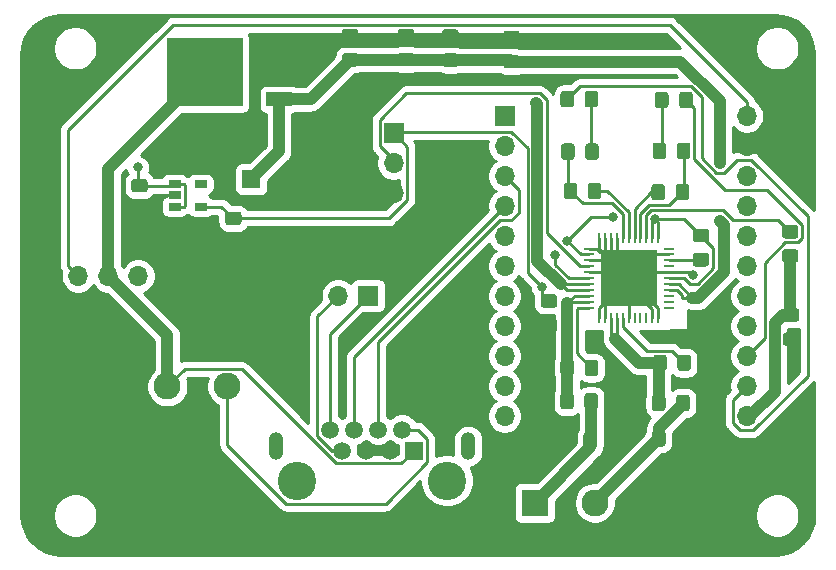
<source format=gbr>
G04 #@! TF.GenerationSoftware,KiCad,Pcbnew,(5.1.6)-1*
G04 #@! TF.CreationDate,2021-01-04T14:23:14-06:00*
G04 #@! TF.ProjectId,SimpleBuildSoundsAmp,53696d70-6c65-4427-9569-6c64536f756e,rev?*
G04 #@! TF.SameCoordinates,Original*
G04 #@! TF.FileFunction,Copper,L2,Bot*
G04 #@! TF.FilePolarity,Positive*
%FSLAX46Y46*%
G04 Gerber Fmt 4.6, Leading zero omitted, Abs format (unit mm)*
G04 Created by KiCad (PCBNEW (5.1.6)-1) date 2021-01-04 14:23:14*
%MOMM*%
%LPD*%
G01*
G04 APERTURE LIST*
G04 #@! TA.AperFunction,ComponentPad*
%ADD10R,1.700000X1.700000*%
G04 #@! TD*
G04 #@! TA.AperFunction,ComponentPad*
%ADD11O,1.700000X1.700000*%
G04 #@! TD*
G04 #@! TA.AperFunction,ComponentPad*
%ADD12R,2.286000X2.286000*%
G04 #@! TD*
G04 #@! TA.AperFunction,ComponentPad*
%ADD13C,2.286000*%
G04 #@! TD*
G04 #@! TA.AperFunction,ComponentPad*
%ADD14R,1.600000X1.600000*%
G04 #@! TD*
G04 #@! TA.AperFunction,ComponentPad*
%ADD15C,1.600000*%
G04 #@! TD*
G04 #@! TA.AperFunction,SMDPad,CuDef*
%ADD16R,2.200000X1.200000*%
G04 #@! TD*
G04 #@! TA.AperFunction,SMDPad,CuDef*
%ADD17R,6.400000X5.800000*%
G04 #@! TD*
G04 #@! TA.AperFunction,ComponentPad*
%ADD18C,0.800000*%
G04 #@! TD*
G04 #@! TA.AperFunction,SMDPad,CuDef*
%ADD19R,0.965200X0.254000*%
G04 #@! TD*
G04 #@! TA.AperFunction,SMDPad,CuDef*
%ADD20R,0.254000X0.965200*%
G04 #@! TD*
G04 #@! TA.AperFunction,SMDPad,CuDef*
%ADD21R,4.851400X4.851400*%
G04 #@! TD*
G04 #@! TA.AperFunction,ComponentPad*
%ADD22O,1.259000X2.362000*%
G04 #@! TD*
G04 #@! TA.AperFunction,ComponentPad*
%ADD23R,1.500000X1.500000*%
G04 #@! TD*
G04 #@! TA.AperFunction,ComponentPad*
%ADD24C,1.500000*%
G04 #@! TD*
G04 #@! TA.AperFunction,WasherPad*
%ADD25C,3.250000*%
G04 #@! TD*
G04 #@! TA.AperFunction,SMDPad,CuDef*
%ADD26R,1.060000X0.650000*%
G04 #@! TD*
G04 #@! TA.AperFunction,ViaPad*
%ADD27C,0.800000*%
G04 #@! TD*
G04 #@! TA.AperFunction,Conductor*
%ADD28C,0.250000*%
G04 #@! TD*
G04 #@! TA.AperFunction,Conductor*
%ADD29C,1.000000*%
G04 #@! TD*
G04 #@! TA.AperFunction,Conductor*
%ADD30C,0.254000*%
G04 #@! TD*
G04 APERTURE END LIST*
D10*
X136400000Y-70850000D03*
D11*
X138940000Y-70850000D03*
X141480000Y-70850000D03*
X144020000Y-70850000D03*
D10*
X175050000Y-57300000D03*
D11*
X195550000Y-57300000D03*
X175050000Y-59840000D03*
X195550000Y-59840000D03*
X175050000Y-62380000D03*
X195550000Y-62380000D03*
X175050000Y-64920000D03*
X195550000Y-64920000D03*
X175050000Y-67460000D03*
X195550000Y-67460000D03*
X175050000Y-70000000D03*
X195550000Y-70000000D03*
X175050000Y-72540000D03*
X195550000Y-72540000D03*
X175050000Y-75080000D03*
X195550000Y-75080000D03*
X175050000Y-77620000D03*
X195550000Y-77620000D03*
X175050000Y-80160000D03*
X195550000Y-80160000D03*
X175050000Y-82700000D03*
X195550000Y-82700000D03*
D12*
X141414500Y-80200500D03*
D13*
X146494500Y-80200500D03*
X151574500Y-80200500D03*
D10*
X163500000Y-72500000D03*
D11*
X160960000Y-72500000D03*
G04 #@! TA.AperFunction,SMDPad,CuDef*
G36*
G01*
X182975000Y-55424999D02*
X182975000Y-56325001D01*
G75*
G02*
X182725001Y-56575000I-249999J0D01*
G01*
X182074999Y-56575000D01*
G75*
G02*
X181825000Y-56325001I0J249999D01*
G01*
X181825000Y-55424999D01*
G75*
G02*
X182074999Y-55175000I249999J0D01*
G01*
X182725001Y-55175000D01*
G75*
G02*
X182975000Y-55424999I0J-249999D01*
G01*
G37*
G04 #@! TD.AperFunction*
G04 #@! TA.AperFunction,SMDPad,CuDef*
G36*
G01*
X180925000Y-55424999D02*
X180925000Y-56325001D01*
G75*
G02*
X180675001Y-56575000I-249999J0D01*
G01*
X180024999Y-56575000D01*
G75*
G02*
X179775000Y-56325001I0J249999D01*
G01*
X179775000Y-55424999D01*
G75*
G02*
X180024999Y-55175000I249999J0D01*
G01*
X180675001Y-55175000D01*
G75*
G02*
X180925000Y-55424999I0J-249999D01*
G01*
G37*
G04 #@! TD.AperFunction*
G04 #@! TA.AperFunction,SMDPad,CuDef*
G36*
G01*
X189825000Y-56400001D02*
X189825000Y-55499999D01*
G75*
G02*
X190074999Y-55250000I249999J0D01*
G01*
X190725001Y-55250000D01*
G75*
G02*
X190975000Y-55499999I0J-249999D01*
G01*
X190975000Y-56400001D01*
G75*
G02*
X190725001Y-56650000I-249999J0D01*
G01*
X190074999Y-56650000D01*
G75*
G02*
X189825000Y-56400001I0J249999D01*
G01*
G37*
G04 #@! TD.AperFunction*
G04 #@! TA.AperFunction,SMDPad,CuDef*
G36*
G01*
X187775000Y-56400001D02*
X187775000Y-55499999D01*
G75*
G02*
X188024999Y-55250000I249999J0D01*
G01*
X188675001Y-55250000D01*
G75*
G02*
X188925000Y-55499999I0J-249999D01*
G01*
X188925000Y-56400001D01*
G75*
G02*
X188675001Y-56650000I-249999J0D01*
G01*
X188024999Y-56650000D01*
G75*
G02*
X187775000Y-56400001I0J249999D01*
G01*
G37*
G04 #@! TD.AperFunction*
D14*
X153600000Y-62650000D03*
D15*
X157100000Y-62650000D03*
G04 #@! TA.AperFunction,SMDPad,CuDef*
G36*
G01*
X161524999Y-51975000D02*
X162425001Y-51975000D01*
G75*
G02*
X162675000Y-52224999I0J-249999D01*
G01*
X162675000Y-52875001D01*
G75*
G02*
X162425001Y-53125000I-249999J0D01*
G01*
X161524999Y-53125000D01*
G75*
G02*
X161275000Y-52875001I0J249999D01*
G01*
X161275000Y-52224999D01*
G75*
G02*
X161524999Y-51975000I249999J0D01*
G01*
G37*
G04 #@! TD.AperFunction*
G04 #@! TA.AperFunction,SMDPad,CuDef*
G36*
G01*
X161524999Y-49925000D02*
X162425001Y-49925000D01*
G75*
G02*
X162675000Y-50174999I0J-249999D01*
G01*
X162675000Y-50825001D01*
G75*
G02*
X162425001Y-51075000I-249999J0D01*
G01*
X161524999Y-51075000D01*
G75*
G02*
X161275000Y-50825001I0J249999D01*
G01*
X161275000Y-50174999D01*
G75*
G02*
X161524999Y-49925000I249999J0D01*
G01*
G37*
G04 #@! TD.AperFunction*
G04 #@! TA.AperFunction,SMDPad,CuDef*
G36*
G01*
X166249999Y-51950000D02*
X167150001Y-51950000D01*
G75*
G02*
X167400000Y-52199999I0J-249999D01*
G01*
X167400000Y-52850001D01*
G75*
G02*
X167150001Y-53100000I-249999J0D01*
G01*
X166249999Y-53100000D01*
G75*
G02*
X166000000Y-52850001I0J249999D01*
G01*
X166000000Y-52199999D01*
G75*
G02*
X166249999Y-51950000I249999J0D01*
G01*
G37*
G04 #@! TD.AperFunction*
G04 #@! TA.AperFunction,SMDPad,CuDef*
G36*
G01*
X166249999Y-49900000D02*
X167150001Y-49900000D01*
G75*
G02*
X167400000Y-50149999I0J-249999D01*
G01*
X167400000Y-50800001D01*
G75*
G02*
X167150001Y-51050000I-249999J0D01*
G01*
X166249999Y-51050000D01*
G75*
G02*
X166000000Y-50800001I0J249999D01*
G01*
X166000000Y-50149999D01*
G75*
G02*
X166249999Y-49900000I249999J0D01*
G01*
G37*
G04 #@! TD.AperFunction*
G04 #@! TA.AperFunction,SMDPad,CuDef*
G36*
G01*
X169999999Y-49950000D02*
X170900001Y-49950000D01*
G75*
G02*
X171150000Y-50199999I0J-249999D01*
G01*
X171150000Y-50850001D01*
G75*
G02*
X170900001Y-51100000I-249999J0D01*
G01*
X169999999Y-51100000D01*
G75*
G02*
X169750000Y-50850001I0J249999D01*
G01*
X169750000Y-50199999D01*
G75*
G02*
X169999999Y-49950000I249999J0D01*
G01*
G37*
G04 #@! TD.AperFunction*
G04 #@! TA.AperFunction,SMDPad,CuDef*
G36*
G01*
X169999999Y-52000000D02*
X170900001Y-52000000D01*
G75*
G02*
X171150000Y-52249999I0J-249999D01*
G01*
X171150000Y-52900001D01*
G75*
G02*
X170900001Y-53150000I-249999J0D01*
G01*
X169999999Y-53150000D01*
G75*
G02*
X169750000Y-52900001I0J249999D01*
G01*
X169750000Y-52249999D01*
G75*
G02*
X169999999Y-52000000I249999J0D01*
G01*
G37*
G04 #@! TD.AperFunction*
G04 #@! TA.AperFunction,SMDPad,CuDef*
G36*
G01*
X175174999Y-52125000D02*
X176075001Y-52125000D01*
G75*
G02*
X176325000Y-52374999I0J-249999D01*
G01*
X176325000Y-53025001D01*
G75*
G02*
X176075001Y-53275000I-249999J0D01*
G01*
X175174999Y-53275000D01*
G75*
G02*
X174925000Y-53025001I0J249999D01*
G01*
X174925000Y-52374999D01*
G75*
G02*
X175174999Y-52125000I249999J0D01*
G01*
G37*
G04 #@! TD.AperFunction*
G04 #@! TA.AperFunction,SMDPad,CuDef*
G36*
G01*
X175174999Y-50075000D02*
X176075001Y-50075000D01*
G75*
G02*
X176325000Y-50324999I0J-249999D01*
G01*
X176325000Y-50975001D01*
G75*
G02*
X176075001Y-51225000I-249999J0D01*
G01*
X175174999Y-51225000D01*
G75*
G02*
X174925000Y-50975001I0J249999D01*
G01*
X174925000Y-50324999D01*
G75*
G02*
X175174999Y-50075000I249999J0D01*
G01*
G37*
G04 #@! TD.AperFunction*
G04 #@! TA.AperFunction,SMDPad,CuDef*
G36*
G01*
X198774999Y-66525000D02*
X199675001Y-66525000D01*
G75*
G02*
X199925000Y-66774999I0J-249999D01*
G01*
X199925000Y-67425001D01*
G75*
G02*
X199675001Y-67675000I-249999J0D01*
G01*
X198774999Y-67675000D01*
G75*
G02*
X198525000Y-67425001I0J249999D01*
G01*
X198525000Y-66774999D01*
G75*
G02*
X198774999Y-66525000I249999J0D01*
G01*
G37*
G04 #@! TD.AperFunction*
G04 #@! TA.AperFunction,SMDPad,CuDef*
G36*
G01*
X198774999Y-68575000D02*
X199675001Y-68575000D01*
G75*
G02*
X199925000Y-68824999I0J-249999D01*
G01*
X199925000Y-69475001D01*
G75*
G02*
X199675001Y-69725000I-249999J0D01*
G01*
X198774999Y-69725000D01*
G75*
G02*
X198525000Y-69475001I0J249999D01*
G01*
X198525000Y-68824999D01*
G75*
G02*
X198774999Y-68575000I249999J0D01*
G01*
G37*
G04 #@! TD.AperFunction*
G04 #@! TA.AperFunction,SMDPad,CuDef*
G36*
G01*
X179775000Y-79075001D02*
X179775000Y-78174999D01*
G75*
G02*
X180024999Y-77925000I249999J0D01*
G01*
X180675001Y-77925000D01*
G75*
G02*
X180925000Y-78174999I0J-249999D01*
G01*
X180925000Y-79075001D01*
G75*
G02*
X180675001Y-79325000I-249999J0D01*
G01*
X180024999Y-79325000D01*
G75*
G02*
X179775000Y-79075001I0J249999D01*
G01*
G37*
G04 #@! TD.AperFunction*
G04 #@! TA.AperFunction,SMDPad,CuDef*
G36*
G01*
X181825000Y-79075001D02*
X181825000Y-78174999D01*
G75*
G02*
X182074999Y-77925000I249999J0D01*
G01*
X182725001Y-77925000D01*
G75*
G02*
X182975000Y-78174999I0J-249999D01*
G01*
X182975000Y-79075001D01*
G75*
G02*
X182725001Y-79325000I-249999J0D01*
G01*
X182074999Y-79325000D01*
G75*
G02*
X181825000Y-79075001I0J249999D01*
G01*
G37*
G04 #@! TD.AperFunction*
G04 #@! TA.AperFunction,SMDPad,CuDef*
G36*
G01*
X189675000Y-78650001D02*
X189675000Y-77749999D01*
G75*
G02*
X189924999Y-77500000I249999J0D01*
G01*
X190575001Y-77500000D01*
G75*
G02*
X190825000Y-77749999I0J-249999D01*
G01*
X190825000Y-78650001D01*
G75*
G02*
X190575001Y-78900000I-249999J0D01*
G01*
X189924999Y-78900000D01*
G75*
G02*
X189675000Y-78650001I0J249999D01*
G01*
G37*
G04 #@! TD.AperFunction*
G04 #@! TA.AperFunction,SMDPad,CuDef*
G36*
G01*
X187625000Y-78650001D02*
X187625000Y-77749999D01*
G75*
G02*
X187874999Y-77500000I249999J0D01*
G01*
X188525001Y-77500000D01*
G75*
G02*
X188775000Y-77749999I0J-249999D01*
G01*
X188775000Y-78650001D01*
G75*
G02*
X188525001Y-78900000I-249999J0D01*
G01*
X187874999Y-78900000D01*
G75*
G02*
X187625000Y-78650001I0J249999D01*
G01*
G37*
G04 #@! TD.AperFunction*
G04 #@! TA.AperFunction,SMDPad,CuDef*
G36*
G01*
X179675000Y-85250001D02*
X179675000Y-84349999D01*
G75*
G02*
X179924999Y-84100000I249999J0D01*
G01*
X180575001Y-84100000D01*
G75*
G02*
X180825000Y-84349999I0J-249999D01*
G01*
X180825000Y-85250001D01*
G75*
G02*
X180575001Y-85500000I-249999J0D01*
G01*
X179924999Y-85500000D01*
G75*
G02*
X179675000Y-85250001I0J249999D01*
G01*
G37*
G04 #@! TD.AperFunction*
G04 #@! TA.AperFunction,SMDPad,CuDef*
G36*
G01*
X181725000Y-85250001D02*
X181725000Y-84349999D01*
G75*
G02*
X181974999Y-84100000I249999J0D01*
G01*
X182625001Y-84100000D01*
G75*
G02*
X182875000Y-84349999I0J-249999D01*
G01*
X182875000Y-85250001D01*
G75*
G02*
X182625001Y-85500000I-249999J0D01*
G01*
X181974999Y-85500000D01*
G75*
G02*
X181725000Y-85250001I0J249999D01*
G01*
G37*
G04 #@! TD.AperFunction*
G04 #@! TA.AperFunction,SMDPad,CuDef*
G36*
G01*
X187525000Y-85050001D02*
X187525000Y-84149999D01*
G75*
G02*
X187774999Y-83900000I249999J0D01*
G01*
X188425001Y-83900000D01*
G75*
G02*
X188675000Y-84149999I0J-249999D01*
G01*
X188675000Y-85050001D01*
G75*
G02*
X188425001Y-85300000I-249999J0D01*
G01*
X187774999Y-85300000D01*
G75*
G02*
X187525000Y-85050001I0J249999D01*
G01*
G37*
G04 #@! TD.AperFunction*
G04 #@! TA.AperFunction,SMDPad,CuDef*
G36*
G01*
X189575000Y-85050001D02*
X189575000Y-84149999D01*
G75*
G02*
X189824999Y-83900000I249999J0D01*
G01*
X190475001Y-83900000D01*
G75*
G02*
X190725000Y-84149999I0J-249999D01*
G01*
X190725000Y-85050001D01*
G75*
G02*
X190475001Y-85300000I-249999J0D01*
G01*
X189824999Y-85300000D01*
G75*
G02*
X189575000Y-85050001I0J249999D01*
G01*
G37*
G04 #@! TD.AperFunction*
G04 #@! TA.AperFunction,SMDPad,CuDef*
G36*
G01*
X198849999Y-73575000D02*
X199750001Y-73575000D01*
G75*
G02*
X200000000Y-73824999I0J-249999D01*
G01*
X200000000Y-74475001D01*
G75*
G02*
X199750001Y-74725000I-249999J0D01*
G01*
X198849999Y-74725000D01*
G75*
G02*
X198600000Y-74475001I0J249999D01*
G01*
X198600000Y-73824999D01*
G75*
G02*
X198849999Y-73575000I249999J0D01*
G01*
G37*
G04 #@! TD.AperFunction*
G04 #@! TA.AperFunction,SMDPad,CuDef*
G36*
G01*
X198849999Y-75625000D02*
X199750001Y-75625000D01*
G75*
G02*
X200000000Y-75874999I0J-249999D01*
G01*
X200000000Y-76525001D01*
G75*
G02*
X199750001Y-76775000I-249999J0D01*
G01*
X198849999Y-76775000D01*
G75*
G02*
X198600000Y-76525001I0J249999D01*
G01*
X198600000Y-75874999D01*
G75*
G02*
X198849999Y-75625000I249999J0D01*
G01*
G37*
G04 #@! TD.AperFunction*
G04 #@! TA.AperFunction,SMDPad,CuDef*
G36*
G01*
X179750000Y-81900001D02*
X179750000Y-80999999D01*
G75*
G02*
X179999999Y-80750000I249999J0D01*
G01*
X180650001Y-80750000D01*
G75*
G02*
X180900000Y-80999999I0J-249999D01*
G01*
X180900000Y-81900001D01*
G75*
G02*
X180650001Y-82150000I-249999J0D01*
G01*
X179999999Y-82150000D01*
G75*
G02*
X179750000Y-81900001I0J249999D01*
G01*
G37*
G04 #@! TD.AperFunction*
G04 #@! TA.AperFunction,SMDPad,CuDef*
G36*
G01*
X181800000Y-81900001D02*
X181800000Y-80999999D01*
G75*
G02*
X182049999Y-80750000I249999J0D01*
G01*
X182700001Y-80750000D01*
G75*
G02*
X182950000Y-80999999I0J-249999D01*
G01*
X182950000Y-81900001D01*
G75*
G02*
X182700001Y-82150000I-249999J0D01*
G01*
X182049999Y-82150000D01*
G75*
G02*
X181800000Y-81900001I0J249999D01*
G01*
G37*
G04 #@! TD.AperFunction*
G04 #@! TA.AperFunction,SMDPad,CuDef*
G36*
G01*
X189575000Y-82050001D02*
X189575000Y-81149999D01*
G75*
G02*
X189824999Y-80900000I249999J0D01*
G01*
X190475001Y-80900000D01*
G75*
G02*
X190725000Y-81149999I0J-249999D01*
G01*
X190725000Y-82050001D01*
G75*
G02*
X190475001Y-82300000I-249999J0D01*
G01*
X189824999Y-82300000D01*
G75*
G02*
X189575000Y-82050001I0J249999D01*
G01*
G37*
G04 #@! TD.AperFunction*
G04 #@! TA.AperFunction,SMDPad,CuDef*
G36*
G01*
X187525000Y-82050001D02*
X187525000Y-81149999D01*
G75*
G02*
X187774999Y-80900000I249999J0D01*
G01*
X188425001Y-80900000D01*
G75*
G02*
X188675000Y-81149999I0J-249999D01*
G01*
X188675000Y-82050001D01*
G75*
G02*
X188425001Y-82300000I-249999J0D01*
G01*
X187774999Y-82300000D01*
G75*
G02*
X187525000Y-82050001I0J249999D01*
G01*
G37*
G04 #@! TD.AperFunction*
D10*
X165650000Y-58750000D03*
D11*
X165650000Y-61290000D03*
X165650000Y-63830000D03*
D12*
X177600000Y-90050000D03*
D13*
X182680000Y-90050000D03*
D16*
X155950000Y-51320000D03*
X155950000Y-55880000D03*
D17*
X149650000Y-53600000D03*
G04 #@! TA.AperFunction,SMDPad,CuDef*
G36*
G01*
X179825000Y-60775001D02*
X179825000Y-59874999D01*
G75*
G02*
X180074999Y-59625000I249999J0D01*
G01*
X180725001Y-59625000D01*
G75*
G02*
X180975000Y-59874999I0J-249999D01*
G01*
X180975000Y-60775001D01*
G75*
G02*
X180725001Y-61025000I-249999J0D01*
G01*
X180074999Y-61025000D01*
G75*
G02*
X179825000Y-60775001I0J249999D01*
G01*
G37*
G04 #@! TD.AperFunction*
G04 #@! TA.AperFunction,SMDPad,CuDef*
G36*
G01*
X181875000Y-60775001D02*
X181875000Y-59874999D01*
G75*
G02*
X182124999Y-59625000I249999J0D01*
G01*
X182775001Y-59625000D01*
G75*
G02*
X183025000Y-59874999I0J-249999D01*
G01*
X183025000Y-60775001D01*
G75*
G02*
X182775001Y-61025000I-249999J0D01*
G01*
X182124999Y-61025000D01*
G75*
G02*
X181875000Y-60775001I0J249999D01*
G01*
G37*
G04 #@! TD.AperFunction*
G04 #@! TA.AperFunction,SMDPad,CuDef*
G36*
G01*
X188725000Y-59799999D02*
X188725000Y-60700001D01*
G75*
G02*
X188475001Y-60950000I-249999J0D01*
G01*
X187824999Y-60950000D01*
G75*
G02*
X187575000Y-60700001I0J249999D01*
G01*
X187575000Y-59799999D01*
G75*
G02*
X187824999Y-59550000I249999J0D01*
G01*
X188475001Y-59550000D01*
G75*
G02*
X188725000Y-59799999I0J-249999D01*
G01*
G37*
G04 #@! TD.AperFunction*
G04 #@! TA.AperFunction,SMDPad,CuDef*
G36*
G01*
X190775000Y-59799999D02*
X190775000Y-60700001D01*
G75*
G02*
X190525001Y-60950000I-249999J0D01*
G01*
X189874999Y-60950000D01*
G75*
G02*
X189625000Y-60700001I0J249999D01*
G01*
X189625000Y-59799999D01*
G75*
G02*
X189874999Y-59550000I249999J0D01*
G01*
X190525001Y-59550000D01*
G75*
G02*
X190775000Y-59799999I0J-249999D01*
G01*
G37*
G04 #@! TD.AperFunction*
G04 #@! TA.AperFunction,SMDPad,CuDef*
G36*
G01*
X183250000Y-63199999D02*
X183250000Y-64100001D01*
G75*
G02*
X183000001Y-64350000I-249999J0D01*
G01*
X182349999Y-64350000D01*
G75*
G02*
X182100000Y-64100001I0J249999D01*
G01*
X182100000Y-63199999D01*
G75*
G02*
X182349999Y-62950000I249999J0D01*
G01*
X183000001Y-62950000D01*
G75*
G02*
X183250000Y-63199999I0J-249999D01*
G01*
G37*
G04 #@! TD.AperFunction*
G04 #@! TA.AperFunction,SMDPad,CuDef*
G36*
G01*
X181200000Y-63199999D02*
X181200000Y-64100001D01*
G75*
G02*
X180950001Y-64350000I-249999J0D01*
G01*
X180299999Y-64350000D01*
G75*
G02*
X180050000Y-64100001I0J249999D01*
G01*
X180050000Y-63199999D01*
G75*
G02*
X180299999Y-62950000I249999J0D01*
G01*
X180950001Y-62950000D01*
G75*
G02*
X181200000Y-63199999I0J-249999D01*
G01*
G37*
G04 #@! TD.AperFunction*
G04 #@! TA.AperFunction,SMDPad,CuDef*
G36*
G01*
X189525000Y-64200001D02*
X189525000Y-63299999D01*
G75*
G02*
X189774999Y-63050000I249999J0D01*
G01*
X190425001Y-63050000D01*
G75*
G02*
X190675000Y-63299999I0J-249999D01*
G01*
X190675000Y-64200001D01*
G75*
G02*
X190425001Y-64450000I-249999J0D01*
G01*
X189774999Y-64450000D01*
G75*
G02*
X189525000Y-64200001I0J249999D01*
G01*
G37*
G04 #@! TD.AperFunction*
G04 #@! TA.AperFunction,SMDPad,CuDef*
G36*
G01*
X187475000Y-64200001D02*
X187475000Y-63299999D01*
G75*
G02*
X187724999Y-63050000I249999J0D01*
G01*
X188375001Y-63050000D01*
G75*
G02*
X188625000Y-63299999I0J-249999D01*
G01*
X188625000Y-64200001D01*
G75*
G02*
X188375001Y-64450000I-249999J0D01*
G01*
X187724999Y-64450000D01*
G75*
G02*
X187475000Y-64200001I0J249999D01*
G01*
G37*
G04 #@! TD.AperFunction*
G04 #@! TA.AperFunction,SMDPad,CuDef*
G36*
G01*
X178349999Y-72400000D02*
X179250001Y-72400000D01*
G75*
G02*
X179500000Y-72649999I0J-249999D01*
G01*
X179500000Y-73300001D01*
G75*
G02*
X179250001Y-73550000I-249999J0D01*
G01*
X178349999Y-73550000D01*
G75*
G02*
X178100000Y-73300001I0J249999D01*
G01*
X178100000Y-72649999D01*
G75*
G02*
X178349999Y-72400000I249999J0D01*
G01*
G37*
G04 #@! TD.AperFunction*
G04 #@! TA.AperFunction,SMDPad,CuDef*
G36*
G01*
X178349999Y-74450000D02*
X179250001Y-74450000D01*
G75*
G02*
X179500000Y-74699999I0J-249999D01*
G01*
X179500000Y-75350001D01*
G75*
G02*
X179250001Y-75600000I-249999J0D01*
G01*
X178349999Y-75600000D01*
G75*
G02*
X178100000Y-75350001I0J249999D01*
G01*
X178100000Y-74699999D01*
G75*
G02*
X178349999Y-74450000I249999J0D01*
G01*
G37*
G04 #@! TD.AperFunction*
G04 #@! TA.AperFunction,SMDPad,CuDef*
G36*
G01*
X192125001Y-68000000D02*
X191224999Y-68000000D01*
G75*
G02*
X190975000Y-67750001I0J249999D01*
G01*
X190975000Y-67099999D01*
G75*
G02*
X191224999Y-66850000I249999J0D01*
G01*
X192125001Y-66850000D01*
G75*
G02*
X192375000Y-67099999I0J-249999D01*
G01*
X192375000Y-67750001D01*
G75*
G02*
X192125001Y-68000000I-249999J0D01*
G01*
G37*
G04 #@! TD.AperFunction*
G04 #@! TA.AperFunction,SMDPad,CuDef*
G36*
G01*
X192125001Y-70050000D02*
X191224999Y-70050000D01*
G75*
G02*
X190975000Y-69800001I0J249999D01*
G01*
X190975000Y-69149999D01*
G75*
G02*
X191224999Y-68900000I249999J0D01*
G01*
X192125001Y-68900000D01*
G75*
G02*
X192375000Y-69149999I0J-249999D01*
G01*
X192375000Y-69800001D01*
G75*
G02*
X192125001Y-70050000I-249999J0D01*
G01*
G37*
G04 #@! TD.AperFunction*
D18*
X186156425Y-69812150D03*
X184943575Y-69812150D03*
X184943575Y-72237850D03*
X186156425Y-72237850D03*
X184337150Y-71025000D03*
X186762850Y-71025000D03*
X185550000Y-71025000D03*
D19*
X182171800Y-73525000D03*
X182171800Y-73025001D03*
X182171800Y-72525000D03*
X182171800Y-72025001D03*
X182171800Y-71524999D03*
X182171800Y-71025000D03*
X182171800Y-70525001D03*
X182171800Y-70024999D03*
X182171800Y-69525000D03*
X182171800Y-69024999D03*
X182171800Y-68525000D03*
D20*
X183050000Y-67646800D03*
X183549999Y-67646800D03*
X184050000Y-67646800D03*
X184549999Y-67646800D03*
X185050001Y-67646800D03*
X185550000Y-67646800D03*
X186049999Y-67646800D03*
X186550001Y-67646800D03*
X187050000Y-67646800D03*
X187550001Y-67646800D03*
X188050000Y-67646800D03*
D19*
X188928200Y-68525000D03*
X188928200Y-69024999D03*
X188928200Y-69525000D03*
X188928200Y-70024999D03*
X188928200Y-70525001D03*
X188928200Y-71025000D03*
X188928200Y-71524999D03*
X188928200Y-72025001D03*
X188928200Y-72525000D03*
X188928200Y-73025001D03*
X188928200Y-73525000D03*
D20*
X188050000Y-74403200D03*
X187550001Y-74403200D03*
X187050000Y-74403200D03*
X186550001Y-74403200D03*
X186049999Y-74403200D03*
X185550000Y-74403200D03*
X185050001Y-74403200D03*
X184549999Y-74403200D03*
X184050000Y-74403200D03*
X183549999Y-74403200D03*
X183050000Y-74403200D03*
D21*
X185550000Y-71025000D03*
D22*
X171961680Y-85263870D03*
X155701680Y-85263870D03*
D23*
X167380980Y-85625820D03*
D24*
X166360980Y-83845820D03*
X165350980Y-85625820D03*
X164330980Y-83845820D03*
X163320980Y-85625820D03*
X162300980Y-83845820D03*
X161290980Y-85625820D03*
X160270980Y-83845820D03*
D25*
X170181680Y-88165820D03*
X157481680Y-88165820D03*
G04 #@! TA.AperFunction,SMDPad,CuDef*
G36*
G01*
X144575001Y-65825000D02*
X143674999Y-65825000D01*
G75*
G02*
X143425000Y-65575001I0J249999D01*
G01*
X143425000Y-64924999D01*
G75*
G02*
X143674999Y-64675000I249999J0D01*
G01*
X144575001Y-64675000D01*
G75*
G02*
X144825000Y-64924999I0J-249999D01*
G01*
X144825000Y-65575001D01*
G75*
G02*
X144575001Y-65825000I-249999J0D01*
G01*
G37*
G04 #@! TD.AperFunction*
G04 #@! TA.AperFunction,SMDPad,CuDef*
G36*
G01*
X144575001Y-63775000D02*
X143674999Y-63775000D01*
G75*
G02*
X143425000Y-63525001I0J249999D01*
G01*
X143425000Y-62874999D01*
G75*
G02*
X143674999Y-62625000I249999J0D01*
G01*
X144575001Y-62625000D01*
G75*
G02*
X144825000Y-62874999I0J-249999D01*
G01*
X144825000Y-63525001D01*
G75*
G02*
X144575001Y-63775000I-249999J0D01*
G01*
G37*
G04 #@! TD.AperFunction*
G04 #@! TA.AperFunction,SMDPad,CuDef*
G36*
G01*
X152525001Y-66550000D02*
X151624999Y-66550000D01*
G75*
G02*
X151375000Y-66300001I0J249999D01*
G01*
X151375000Y-65649999D01*
G75*
G02*
X151624999Y-65400000I249999J0D01*
G01*
X152525001Y-65400000D01*
G75*
G02*
X152775000Y-65649999I0J-249999D01*
G01*
X152775000Y-66300001D01*
G75*
G02*
X152525001Y-66550000I-249999J0D01*
G01*
G37*
G04 #@! TD.AperFunction*
G04 #@! TA.AperFunction,SMDPad,CuDef*
G36*
G01*
X152525001Y-68600000D02*
X151624999Y-68600000D01*
G75*
G02*
X151375000Y-68350001I0J249999D01*
G01*
X151375000Y-67699999D01*
G75*
G02*
X151624999Y-67450000I249999J0D01*
G01*
X152525001Y-67450000D01*
G75*
G02*
X152775000Y-67699999I0J-249999D01*
G01*
X152775000Y-68350001D01*
G75*
G02*
X152525001Y-68600000I-249999J0D01*
G01*
G37*
G04 #@! TD.AperFunction*
D26*
X147125000Y-64975000D03*
X147125000Y-64025000D03*
X147125000Y-63075000D03*
X149325000Y-63075000D03*
X149325000Y-64975000D03*
D27*
X199350000Y-78175000D03*
X191000000Y-70725000D03*
X191025000Y-74300000D03*
X160750000Y-60925000D03*
X155150000Y-71800000D03*
X144025000Y-61650000D03*
X177700000Y-56200000D03*
X172950000Y-52575000D03*
X193300000Y-66200000D03*
X193275000Y-61275000D03*
X179350000Y-69075000D03*
X178224990Y-71799990D03*
X180350000Y-67850000D03*
X187800000Y-66025000D03*
X184250000Y-65875000D03*
D28*
X184549999Y-70024999D02*
X185550000Y-71025000D01*
X184549999Y-67646800D02*
X184549999Y-70024999D01*
X184050000Y-69525000D02*
X185550000Y-71025000D01*
X184050000Y-67646800D02*
X184050000Y-69525000D01*
X183549999Y-69024999D02*
X185550000Y-71025000D01*
X183549999Y-67646800D02*
X183549999Y-69024999D01*
X183050000Y-68525000D02*
X185550000Y-71025000D01*
X183050000Y-67646800D02*
X183050000Y-68525000D01*
X185404400Y-71025000D02*
X185550000Y-71025000D01*
X182171800Y-68525000D02*
X182904400Y-68525000D01*
X182904400Y-68525000D02*
X185404400Y-71025000D01*
X182171800Y-69525000D02*
X184050000Y-69525000D01*
X187550001Y-69024999D02*
X185550000Y-71025000D01*
X188928200Y-69024999D02*
X187550001Y-69024999D01*
X186049999Y-70525001D02*
X185550000Y-71025000D01*
X188928200Y-70525001D02*
X186049999Y-70525001D01*
X188050000Y-73525000D02*
X185550000Y-71025000D01*
X188050000Y-74403200D02*
X188050000Y-73525000D01*
X185550000Y-71670599D02*
X185550000Y-71025000D01*
X187550001Y-74403200D02*
X187550001Y-73670600D01*
X187550001Y-73670600D02*
X185550000Y-71670599D01*
X185550000Y-74403200D02*
X185550000Y-71025000D01*
X183549999Y-73025001D02*
X185550000Y-71025000D01*
X183549999Y-74403200D02*
X183549999Y-73025001D01*
X183050000Y-73525000D02*
X185550000Y-71025000D01*
X183050000Y-74403200D02*
X183050000Y-73525000D01*
X185050001Y-70525001D02*
X185550000Y-71025000D01*
X182171800Y-70525001D02*
X185050001Y-70525001D01*
X188928200Y-70525001D02*
X190800001Y-70525001D01*
X190800001Y-70525001D02*
X191000000Y-70725000D01*
X147125000Y-64025000D02*
X146025000Y-64025000D01*
X160774979Y-86700821D02*
X166305979Y-86700821D01*
X166305979Y-86700821D02*
X167380980Y-85625820D01*
X152806657Y-78732499D02*
X160774979Y-86700821D01*
X146494500Y-80200500D02*
X147962501Y-78732499D01*
X147962501Y-78732499D02*
X152806657Y-78732499D01*
D29*
X146494500Y-75864500D02*
X141480000Y-70850000D01*
X146494500Y-80200500D02*
X146494500Y-75864500D01*
X141480000Y-61770000D02*
X149650000Y-53600000D01*
X141480000Y-70850000D02*
X141480000Y-61770000D01*
D28*
X164330980Y-76440018D02*
X174675997Y-66095001D01*
X164330980Y-83845820D02*
X164330980Y-76440018D01*
X174675997Y-66095001D02*
X175614001Y-66095001D01*
X176225001Y-65484001D02*
X176225001Y-63555001D01*
X176225001Y-63555001D02*
X175050000Y-62380000D01*
X175614001Y-66095001D02*
X176225001Y-65484001D01*
X160459978Y-85625820D02*
X161290980Y-85625820D01*
X159195979Y-84361821D02*
X160459978Y-85625820D01*
X160960000Y-72500000D02*
X159195979Y-74264021D01*
X159195979Y-74264021D02*
X159195979Y-84361821D01*
X160270980Y-75729020D02*
X163500000Y-72500000D01*
X160270980Y-83845820D02*
X160270980Y-75729020D01*
X195550000Y-56097919D02*
X195550000Y-57300000D01*
X146990008Y-49574990D02*
X189027071Y-49574990D01*
X138090001Y-58474997D02*
X146990008Y-49574990D01*
X189027071Y-49574990D02*
X195550000Y-56097919D01*
X138940000Y-70850000D02*
X138090001Y-70000001D01*
X138090001Y-70000001D02*
X138090001Y-58474997D01*
X144025000Y-63100000D02*
X144125000Y-63200000D01*
X144025000Y-61650000D02*
X144025000Y-63100000D01*
X147000000Y-63200000D02*
X147125000Y-63075000D01*
X144125000Y-63200000D02*
X147000000Y-63200000D01*
X147905000Y-64975000D02*
X147125000Y-64975000D01*
X147980001Y-64899999D02*
X147905000Y-64975000D01*
X147125000Y-63075000D02*
X147905000Y-63075000D01*
X147980001Y-63150001D02*
X147980001Y-64899999D01*
X147905000Y-63075000D02*
X147980001Y-63150001D01*
X162300980Y-77669020D02*
X162300980Y-83845820D01*
X175050000Y-64920000D02*
X162300980Y-77669020D01*
X151574500Y-85144642D02*
X151574500Y-80200500D01*
X156545679Y-90115821D02*
X151574500Y-85144642D01*
X167685982Y-83845820D02*
X168455981Y-84615819D01*
X166360980Y-83845820D02*
X167685982Y-83845820D01*
X168455981Y-84615819D02*
X168455981Y-86635821D01*
X168455981Y-86635821D02*
X164975981Y-90115821D01*
X164975981Y-90115821D02*
X156545679Y-90115821D01*
X182400000Y-60275000D02*
X182450000Y-60325000D01*
X182400000Y-55875000D02*
X182400000Y-60275000D01*
X194374999Y-83264001D02*
X194374999Y-81335001D01*
X194985999Y-83875001D02*
X194374999Y-83264001D01*
X191725000Y-55686810D02*
X191725000Y-60891740D01*
X190813190Y-54775000D02*
X191725000Y-55686810D01*
X194701739Y-61015001D02*
X195924003Y-61015001D01*
X194374999Y-81335001D02*
X195550000Y-80160000D01*
X191725000Y-60891740D02*
X192933270Y-62100010D01*
X180350000Y-55875000D02*
X181450000Y-54775000D01*
X192933270Y-62100010D02*
X193616730Y-62100010D01*
X181450000Y-54775000D02*
X190813190Y-54775000D01*
X200700021Y-79288981D02*
X196114001Y-83875001D01*
X193616730Y-62100010D02*
X194701739Y-61015001D01*
X195924003Y-61015001D02*
X200700021Y-65791019D01*
X196114001Y-83875001D02*
X194985999Y-83875001D01*
X200700021Y-65791019D02*
X200700021Y-79288981D01*
X197074979Y-69711831D02*
X198786800Y-68000010D01*
X195550000Y-77620000D02*
X197074979Y-76095021D01*
X197074979Y-76095021D02*
X197074979Y-69711831D01*
X200250010Y-67663180D02*
X200250010Y-66536820D01*
X198786800Y-68000010D02*
X199913180Y-68000010D01*
X200250010Y-66536820D02*
X197268191Y-63555001D01*
X199913180Y-68000010D02*
X200250010Y-67663180D01*
X197268191Y-63555001D02*
X193680001Y-63555001D01*
X191100010Y-56650010D02*
X190400000Y-55950000D01*
X193680001Y-63555001D02*
X191100010Y-60975010D01*
X191100010Y-60975010D02*
X191100010Y-56650010D01*
X188350000Y-60050000D02*
X188150000Y-60250000D01*
X188350000Y-55950000D02*
X188350000Y-60050000D01*
D29*
X155950000Y-60300000D02*
X153600000Y-62650000D01*
X155950000Y-55880000D02*
X155950000Y-60300000D01*
X158645000Y-55880000D02*
X161975000Y-52550000D01*
X155950000Y-55880000D02*
X158645000Y-55880000D01*
D28*
X182171800Y-71524999D02*
X179799999Y-71524999D01*
X180300001Y-72025001D02*
X179799999Y-71524999D01*
X182171800Y-72025001D02*
X180300001Y-72025001D01*
D29*
X166675000Y-52550000D02*
X166700000Y-52525000D01*
X161975000Y-52550000D02*
X166675000Y-52550000D01*
X170400000Y-52525000D02*
X170450000Y-52575000D01*
X166700000Y-52525000D02*
X170400000Y-52525000D01*
X175500000Y-52575000D02*
X175625000Y-52700000D01*
X170450000Y-52575000D02*
X175500000Y-52575000D01*
X177824989Y-56324989D02*
X177700000Y-56200000D01*
X177824989Y-69549989D02*
X177824989Y-56324989D01*
X179799999Y-71524999D02*
X177824989Y-69549989D01*
D28*
X188928200Y-71524999D02*
X189799999Y-71524999D01*
X189799999Y-71524999D02*
X190950000Y-72675000D01*
X190950000Y-72675000D02*
X190100000Y-72675000D01*
X189660800Y-72025001D02*
X188928200Y-72025001D01*
X190100000Y-72675000D02*
X190100000Y-72464201D01*
X190100000Y-72464201D02*
X189660800Y-72025001D01*
D29*
X190950000Y-72675000D02*
X191425000Y-72675000D01*
X191425000Y-72675000D02*
X193625000Y-70475000D01*
X193625000Y-66525000D02*
X193300000Y-66200000D01*
X193625000Y-70475000D02*
X193625000Y-66525000D01*
X193275000Y-61275000D02*
X193275000Y-56070069D01*
X189904931Y-52700000D02*
X175625000Y-52700000D01*
X193275000Y-56070069D02*
X189904931Y-52700000D01*
D28*
X194366732Y-66099991D02*
X198224991Y-66099991D01*
X198224991Y-66099991D02*
X199225000Y-67100000D01*
X187451999Y-65299999D02*
X193566740Y-65299999D01*
X187050000Y-65701998D02*
X187451999Y-65299999D01*
X187050000Y-67646800D02*
X187050000Y-65701998D01*
X193566740Y-65299999D02*
X194366732Y-66099991D01*
D29*
X199225000Y-74075000D02*
X199300000Y-74150000D01*
X199225000Y-69150000D02*
X199225000Y-74075000D01*
X198600000Y-74150000D02*
X197899990Y-74850010D01*
X197899990Y-74850010D02*
X197899990Y-80650010D01*
X199300000Y-74150000D02*
X198600000Y-74150000D01*
X195850000Y-82700000D02*
X195550000Y-82700000D01*
X197899990Y-80650010D02*
X195850000Y-82700000D01*
X180350000Y-78625000D02*
X180350000Y-73150000D01*
D28*
X180975000Y-72525000D02*
X180350000Y-73150000D01*
X182171800Y-72525000D02*
X180975000Y-72525000D01*
X180474999Y-73025001D02*
X180350000Y-73150000D01*
X182171800Y-73025001D02*
X180474999Y-73025001D01*
D29*
X180350000Y-81425000D02*
X180325000Y-81450000D01*
X180350000Y-78625000D02*
X180350000Y-81425000D01*
D28*
X182171800Y-73525000D02*
X181275000Y-73525000D01*
X181275000Y-73525000D02*
X181175000Y-73625000D01*
X181175000Y-77400000D02*
X182400000Y-78625000D01*
X181175000Y-73625000D02*
X181175000Y-77400000D01*
X189224990Y-77174990D02*
X190250000Y-78200000D01*
X187089191Y-77174990D02*
X189224990Y-77174990D01*
X185050001Y-74403200D02*
X185050001Y-75135800D01*
X185050001Y-75135800D02*
X187089191Y-77174990D01*
D29*
X188100000Y-78300000D02*
X188200000Y-78200000D01*
X188100000Y-81600000D02*
X188100000Y-78300000D01*
X188200000Y-78200000D02*
X186425000Y-78200000D01*
X186425000Y-78200000D02*
X184400000Y-76175000D01*
D28*
X184050000Y-75825000D02*
X184400000Y-76175000D01*
X184050000Y-74403200D02*
X184050000Y-75825000D01*
X184549999Y-76025001D02*
X184400000Y-76175000D01*
X184549999Y-74403200D02*
X184549999Y-76025001D01*
D29*
X182375000Y-84725000D02*
X182300000Y-84800000D01*
X182375000Y-81450000D02*
X182375000Y-84725000D01*
X182300000Y-85350000D02*
X177600000Y-90050000D01*
X182300000Y-84800000D02*
X182300000Y-85350000D01*
X182680000Y-90020000D02*
X188100000Y-84600000D01*
X182680000Y-90050000D02*
X182680000Y-90020000D01*
X190150000Y-81668520D02*
X190150000Y-81600000D01*
X188100000Y-84600000D02*
X188100000Y-83718520D01*
X188100000Y-83718520D02*
X190150000Y-81668520D01*
D28*
X178224990Y-72399990D02*
X178800000Y-72975000D01*
X178224990Y-71799990D02*
X178224990Y-72399990D01*
X165735001Y-58664999D02*
X175614001Y-58664999D01*
X165650000Y-58750000D02*
X165735001Y-58664999D01*
X175614001Y-58664999D02*
X176999978Y-60050976D01*
X176999978Y-70574978D02*
X178224990Y-71799990D01*
X176999978Y-60050976D02*
X176999978Y-70574978D01*
X182171800Y-69024999D02*
X181524999Y-69024999D01*
X181524999Y-69024999D02*
X180350000Y-67850000D01*
X187550001Y-67646800D02*
X187550001Y-66274999D01*
X187550001Y-66274999D02*
X187800000Y-66025000D01*
X188050000Y-66275000D02*
X187800000Y-66025000D01*
X188050000Y-67646800D02*
X188050000Y-66275000D01*
X182325000Y-65875000D02*
X180350000Y-67850000D01*
X184250000Y-65875000D02*
X182325000Y-65875000D01*
X190275000Y-66025000D02*
X191675000Y-67425000D01*
X187800000Y-66025000D02*
X190275000Y-66025000D01*
X190726998Y-71525002D02*
X191408258Y-71525002D01*
X192733258Y-68483258D02*
X191675000Y-67425000D01*
X192733258Y-70200002D02*
X192733258Y-68483258D01*
X188928200Y-71025000D02*
X190226996Y-71025000D01*
X190226996Y-71025000D02*
X190726998Y-71525002D01*
X191408258Y-71525002D02*
X192733258Y-70200002D01*
X179350000Y-69908260D02*
X179350000Y-69075000D01*
X182171800Y-71025000D02*
X180466740Y-71025000D01*
X180466740Y-71025000D02*
X179350000Y-69908260D01*
X151075000Y-64975000D02*
X152075000Y-65975000D01*
X149325000Y-64975000D02*
X151075000Y-64975000D01*
X166825001Y-64394001D02*
X165244002Y-65975000D01*
X165244002Y-65975000D02*
X152075000Y-65975000D01*
X165650000Y-58750000D02*
X166825001Y-59925001D01*
X166825001Y-59925001D02*
X166825001Y-64394001D01*
X165650000Y-61035002D02*
X165650000Y-61290000D01*
X164474999Y-57639999D02*
X164474999Y-59860001D01*
X164474999Y-59860001D02*
X165650000Y-61035002D01*
X166740007Y-55374991D02*
X164474999Y-57639999D01*
X178041731Y-55374991D02*
X166740007Y-55374991D01*
X182171800Y-70024999D02*
X181439200Y-70024999D01*
X178649999Y-67235798D02*
X178649999Y-55983259D01*
X181439200Y-70024999D02*
X178649999Y-67235798D01*
X178649999Y-55983259D02*
X178041731Y-55374991D01*
X185050001Y-65601999D02*
X184123012Y-64675010D01*
X185050001Y-67646800D02*
X185050001Y-65601999D01*
X181650010Y-64675010D02*
X180625000Y-63650000D01*
X184123012Y-64675010D02*
X181650010Y-64675010D01*
X180400000Y-63425000D02*
X180625000Y-63650000D01*
X180400000Y-60325000D02*
X180400000Y-63425000D01*
X189000013Y-64849987D02*
X190100000Y-63750000D01*
X186550001Y-67646800D02*
X186550001Y-65565588D01*
X186550001Y-65565588D02*
X187265602Y-64849987D01*
X187265602Y-64849987D02*
X189000013Y-64849987D01*
X190200000Y-63650000D02*
X190100000Y-63750000D01*
X190200000Y-60250000D02*
X190200000Y-63650000D01*
X182675000Y-63650000D02*
X183734413Y-63650000D01*
X183734413Y-63650000D02*
X185550000Y-65465587D01*
X185550000Y-65465587D02*
X185550000Y-67646800D01*
X186049999Y-67646800D02*
X186049999Y-65175001D01*
X186049999Y-65175001D02*
X187475000Y-63750000D01*
X187475000Y-63750000D02*
X188050000Y-63750000D01*
X191625000Y-69525000D02*
X191675000Y-69475000D01*
X188928200Y-69525000D02*
X191625000Y-69525000D01*
D30*
G36*
X198577724Y-48796224D02*
G01*
X199201263Y-48984482D01*
X199776350Y-49290261D01*
X200281098Y-49701922D01*
X200696277Y-50203788D01*
X201006066Y-50776730D01*
X201198672Y-51398939D01*
X201270001Y-52077589D01*
X201270001Y-65287546D01*
X201263820Y-65280015D01*
X201263816Y-65280011D01*
X201240022Y-65251018D01*
X201211030Y-65227225D01*
X196487807Y-60504004D01*
X196464004Y-60475000D01*
X196348279Y-60380027D01*
X196216250Y-60309455D01*
X196072989Y-60265998D01*
X195961336Y-60255001D01*
X195961325Y-60255001D01*
X195924003Y-60251325D01*
X195886681Y-60255001D01*
X194739061Y-60255001D01*
X194701738Y-60251325D01*
X194664415Y-60255001D01*
X194664406Y-60255001D01*
X194552753Y-60265998D01*
X194410000Y-60309301D01*
X194410000Y-58260107D01*
X194603368Y-58453475D01*
X194846589Y-58615990D01*
X195116842Y-58727932D01*
X195403740Y-58785000D01*
X195696260Y-58785000D01*
X195983158Y-58727932D01*
X196253411Y-58615990D01*
X196496632Y-58453475D01*
X196703475Y-58246632D01*
X196865990Y-58003411D01*
X196977932Y-57733158D01*
X197035000Y-57446260D01*
X197035000Y-57153740D01*
X196977932Y-56866842D01*
X196865990Y-56596589D01*
X196703475Y-56353368D01*
X196496632Y-56146525D01*
X196305913Y-56019091D01*
X196299003Y-55948933D01*
X196255546Y-55805672D01*
X196184974Y-55673643D01*
X196090001Y-55557918D01*
X196061004Y-55534121D01*
X191903227Y-51376344D01*
X196235000Y-51376344D01*
X196235000Y-51747656D01*
X196307439Y-52111834D01*
X196449534Y-52454882D01*
X196655825Y-52763618D01*
X196918382Y-53026175D01*
X197227118Y-53232466D01*
X197570166Y-53374561D01*
X197934344Y-53447000D01*
X198305656Y-53447000D01*
X198669834Y-53374561D01*
X199012882Y-53232466D01*
X199321618Y-53026175D01*
X199584175Y-52763618D01*
X199790466Y-52454882D01*
X199932561Y-52111834D01*
X200005000Y-51747656D01*
X200005000Y-51376344D01*
X199932561Y-51012166D01*
X199790466Y-50669118D01*
X199584175Y-50360382D01*
X199321618Y-50097825D01*
X199012882Y-49891534D01*
X198669834Y-49749439D01*
X198305656Y-49677000D01*
X197934344Y-49677000D01*
X197570166Y-49749439D01*
X197227118Y-49891534D01*
X196918382Y-50097825D01*
X196655825Y-50360382D01*
X196449534Y-50669118D01*
X196307439Y-51012166D01*
X196235000Y-51376344D01*
X191903227Y-51376344D01*
X189590875Y-49063993D01*
X189567072Y-49034989D01*
X189451347Y-48940016D01*
X189319318Y-48869444D01*
X189176057Y-48825987D01*
X189064404Y-48814990D01*
X189064393Y-48814990D01*
X189027071Y-48811314D01*
X188989749Y-48814990D01*
X147027341Y-48814990D01*
X146990008Y-48811313D01*
X146952675Y-48814990D01*
X146841022Y-48825987D01*
X146697761Y-48869444D01*
X146565732Y-48940016D01*
X146450007Y-49034989D01*
X146426209Y-49063987D01*
X137578999Y-57911198D01*
X137550001Y-57934996D01*
X137526203Y-57963994D01*
X137526202Y-57963995D01*
X137455027Y-58050721D01*
X137384455Y-58182751D01*
X137340999Y-58326012D01*
X137326325Y-58474997D01*
X137330002Y-58512329D01*
X137330001Y-69962679D01*
X137326325Y-70000001D01*
X137330001Y-70037323D01*
X137330001Y-70037333D01*
X137340998Y-70148986D01*
X137375075Y-70261324D01*
X137384455Y-70292247D01*
X137455027Y-70424277D01*
X137475543Y-70449275D01*
X137499749Y-70478771D01*
X137455000Y-70703740D01*
X137455000Y-70996260D01*
X137512068Y-71283158D01*
X137624010Y-71553411D01*
X137786525Y-71796632D01*
X137993368Y-72003475D01*
X138236589Y-72165990D01*
X138506842Y-72277932D01*
X138793740Y-72335000D01*
X139086260Y-72335000D01*
X139373158Y-72277932D01*
X139643411Y-72165990D01*
X139886632Y-72003475D01*
X140093475Y-71796632D01*
X140210000Y-71622240D01*
X140326525Y-71796632D01*
X140533368Y-72003475D01*
X140776589Y-72165990D01*
X141046842Y-72277932D01*
X141333740Y-72335000D01*
X141359869Y-72335000D01*
X145359501Y-76334633D01*
X145359500Y-78821028D01*
X145113437Y-79067091D01*
X144918857Y-79358301D01*
X144784828Y-79681877D01*
X144716500Y-80025382D01*
X144716500Y-80375618D01*
X144784828Y-80719123D01*
X144918857Y-81042699D01*
X145113437Y-81333909D01*
X145361091Y-81581563D01*
X145652301Y-81776143D01*
X145975877Y-81910172D01*
X146319382Y-81978500D01*
X146669618Y-81978500D01*
X147013123Y-81910172D01*
X147336699Y-81776143D01*
X147627909Y-81581563D01*
X147875563Y-81333909D01*
X148070143Y-81042699D01*
X148204172Y-80719123D01*
X148272500Y-80375618D01*
X148272500Y-80025382D01*
X148204172Y-79681877D01*
X148170124Y-79599678D01*
X148277303Y-79492499D01*
X149943271Y-79492499D01*
X149864828Y-79681877D01*
X149796500Y-80025382D01*
X149796500Y-80375618D01*
X149864828Y-80719123D01*
X149998857Y-81042699D01*
X150193437Y-81333909D01*
X150441091Y-81581563D01*
X150732301Y-81776143D01*
X150814501Y-81810191D01*
X150814500Y-85107319D01*
X150810824Y-85144642D01*
X150814500Y-85181964D01*
X150814500Y-85181974D01*
X150825497Y-85293627D01*
X150854686Y-85389851D01*
X150868954Y-85436888D01*
X150939526Y-85568918D01*
X150979371Y-85617468D01*
X151034499Y-85684643D01*
X151063503Y-85708446D01*
X155981880Y-90626824D01*
X156005678Y-90655822D01*
X156121403Y-90750795D01*
X156253432Y-90821367D01*
X156396693Y-90864824D01*
X156508346Y-90875821D01*
X156508354Y-90875821D01*
X156545679Y-90879497D01*
X156583004Y-90875821D01*
X164938659Y-90875821D01*
X164975981Y-90879497D01*
X165013303Y-90875821D01*
X165013314Y-90875821D01*
X165124967Y-90864824D01*
X165268228Y-90821367D01*
X165400257Y-90750795D01*
X165515982Y-90655822D01*
X165539785Y-90626818D01*
X167921680Y-88244924D01*
X167921680Y-88388411D01*
X168008531Y-88825038D01*
X168178894Y-89236331D01*
X168426224Y-89606486D01*
X168741014Y-89921276D01*
X169111169Y-90168606D01*
X169522462Y-90338969D01*
X169959089Y-90425820D01*
X170404271Y-90425820D01*
X170840898Y-90338969D01*
X171252191Y-90168606D01*
X171622346Y-89921276D01*
X171937136Y-89606486D01*
X172184466Y-89236331D01*
X172354829Y-88825038D01*
X172441680Y-88388411D01*
X172441680Y-87943229D01*
X172354829Y-87506602D01*
X172184466Y-87095309D01*
X172164866Y-87065975D01*
X172209564Y-87061573D01*
X172447923Y-86989268D01*
X172667597Y-86871850D01*
X172860143Y-86713833D01*
X173018160Y-86521288D01*
X173135578Y-86301614D01*
X173207883Y-86063255D01*
X173226180Y-85877486D01*
X173226180Y-84650254D01*
X173207883Y-84464485D01*
X173135578Y-84226126D01*
X173018160Y-84006452D01*
X172860143Y-83813907D01*
X172667598Y-83655890D01*
X172447924Y-83538472D01*
X172209565Y-83466167D01*
X171961680Y-83441752D01*
X171713796Y-83466167D01*
X171475437Y-83538472D01*
X171255763Y-83655890D01*
X171063218Y-83813907D01*
X170905200Y-84006452D01*
X170787782Y-84226126D01*
X170715477Y-84464485D01*
X170697180Y-84650254D01*
X170697180Y-85877485D01*
X170705880Y-85965814D01*
X170404271Y-85905820D01*
X169959089Y-85905820D01*
X169522462Y-85992671D01*
X169215981Y-86119619D01*
X169215981Y-84653141D01*
X169219657Y-84615818D01*
X169215981Y-84578495D01*
X169215981Y-84578486D01*
X169204984Y-84466833D01*
X169161527Y-84323572D01*
X169148540Y-84299276D01*
X169090955Y-84191542D01*
X169019780Y-84104816D01*
X168995982Y-84075818D01*
X168966985Y-84052021D01*
X168249785Y-83334822D01*
X168225983Y-83305819D01*
X168110258Y-83210846D01*
X167978229Y-83140274D01*
X167834968Y-83096817D01*
X167723315Y-83085820D01*
X167723304Y-83085820D01*
X167685982Y-83082144D01*
X167648660Y-83085820D01*
X167518889Y-83085820D01*
X167436779Y-82962934D01*
X167243866Y-82770021D01*
X167017023Y-82618449D01*
X166764969Y-82514045D01*
X166497391Y-82460820D01*
X166224569Y-82460820D01*
X165956991Y-82514045D01*
X165704937Y-82618449D01*
X165478094Y-82770021D01*
X165345980Y-82902135D01*
X165213866Y-82770021D01*
X165090980Y-82687911D01*
X165090980Y-76754819D01*
X173718891Y-68126909D01*
X173734010Y-68163411D01*
X173896525Y-68406632D01*
X174103368Y-68613475D01*
X174277760Y-68730000D01*
X174103368Y-68846525D01*
X173896525Y-69053368D01*
X173734010Y-69296589D01*
X173622068Y-69566842D01*
X173565000Y-69853740D01*
X173565000Y-70146260D01*
X173622068Y-70433158D01*
X173734010Y-70703411D01*
X173896525Y-70946632D01*
X174103368Y-71153475D01*
X174277760Y-71270000D01*
X174103368Y-71386525D01*
X173896525Y-71593368D01*
X173734010Y-71836589D01*
X173622068Y-72106842D01*
X173565000Y-72393740D01*
X173565000Y-72686260D01*
X173622068Y-72973158D01*
X173734010Y-73243411D01*
X173896525Y-73486632D01*
X174103368Y-73693475D01*
X174277760Y-73810000D01*
X174103368Y-73926525D01*
X173896525Y-74133368D01*
X173734010Y-74376589D01*
X173622068Y-74646842D01*
X173565000Y-74933740D01*
X173565000Y-75226260D01*
X173622068Y-75513158D01*
X173734010Y-75783411D01*
X173896525Y-76026632D01*
X174103368Y-76233475D01*
X174277760Y-76350000D01*
X174103368Y-76466525D01*
X173896525Y-76673368D01*
X173734010Y-76916589D01*
X173622068Y-77186842D01*
X173565000Y-77473740D01*
X173565000Y-77766260D01*
X173622068Y-78053158D01*
X173734010Y-78323411D01*
X173896525Y-78566632D01*
X174103368Y-78773475D01*
X174277760Y-78890000D01*
X174103368Y-79006525D01*
X173896525Y-79213368D01*
X173734010Y-79456589D01*
X173622068Y-79726842D01*
X173565000Y-80013740D01*
X173565000Y-80306260D01*
X173622068Y-80593158D01*
X173734010Y-80863411D01*
X173896525Y-81106632D01*
X174103368Y-81313475D01*
X174277760Y-81430000D01*
X174103368Y-81546525D01*
X173896525Y-81753368D01*
X173734010Y-81996589D01*
X173622068Y-82266842D01*
X173565000Y-82553740D01*
X173565000Y-82846260D01*
X173622068Y-83133158D01*
X173734010Y-83403411D01*
X173896525Y-83646632D01*
X174103368Y-83853475D01*
X174346589Y-84015990D01*
X174616842Y-84127932D01*
X174903740Y-84185000D01*
X175196260Y-84185000D01*
X175483158Y-84127932D01*
X175753411Y-84015990D01*
X175996632Y-83853475D01*
X176203475Y-83646632D01*
X176365990Y-83403411D01*
X176477932Y-83133158D01*
X176535000Y-82846260D01*
X176535000Y-82553740D01*
X176477932Y-82266842D01*
X176365990Y-81996589D01*
X176203475Y-81753368D01*
X175996632Y-81546525D01*
X175822240Y-81430000D01*
X175996632Y-81313475D01*
X176203475Y-81106632D01*
X176365990Y-80863411D01*
X176477932Y-80593158D01*
X176535000Y-80306260D01*
X176535000Y-80013740D01*
X176477932Y-79726842D01*
X176365990Y-79456589D01*
X176203475Y-79213368D01*
X175996632Y-79006525D01*
X175822240Y-78890000D01*
X175996632Y-78773475D01*
X176203475Y-78566632D01*
X176365990Y-78323411D01*
X176477932Y-78053158D01*
X176535000Y-77766260D01*
X176535000Y-77473740D01*
X176477932Y-77186842D01*
X176365990Y-76916589D01*
X176203475Y-76673368D01*
X175996632Y-76466525D01*
X175822240Y-76350000D01*
X175996632Y-76233475D01*
X176203475Y-76026632D01*
X176365990Y-75783411D01*
X176477932Y-75513158D01*
X176535000Y-75226260D01*
X176535000Y-74933740D01*
X176477932Y-74646842D01*
X176365990Y-74376589D01*
X176203475Y-74133368D01*
X175996632Y-73926525D01*
X175822240Y-73810000D01*
X175996632Y-73693475D01*
X176203475Y-73486632D01*
X176365990Y-73243411D01*
X176477932Y-72973158D01*
X176535000Y-72686260D01*
X176535000Y-72393740D01*
X176477932Y-72106842D01*
X176365990Y-71836589D01*
X176203475Y-71593368D01*
X175996632Y-71386525D01*
X175822240Y-71270000D01*
X175996632Y-71153475D01*
X176203475Y-70946632D01*
X176282599Y-70828214D01*
X176294432Y-70867224D01*
X176365004Y-70999254D01*
X176436179Y-71085980D01*
X176459978Y-71114979D01*
X176488976Y-71138777D01*
X177189990Y-71839792D01*
X177189990Y-71901929D01*
X177229764Y-72101888D01*
X177307785Y-72290246D01*
X177421053Y-72459764D01*
X177472242Y-72510953D01*
X177473932Y-72528116D01*
X177461928Y-72649999D01*
X177461928Y-73300001D01*
X177478992Y-73473255D01*
X177529528Y-73639851D01*
X177611595Y-73793387D01*
X177722038Y-73927962D01*
X177856613Y-74038405D01*
X178010149Y-74120472D01*
X178176745Y-74171008D01*
X178349999Y-74188072D01*
X179215001Y-74188072D01*
X179215000Y-77815557D01*
X179204528Y-77835149D01*
X179153992Y-78001745D01*
X179136928Y-78174999D01*
X179136928Y-79075001D01*
X179153992Y-79248255D01*
X179204528Y-79414851D01*
X179215000Y-79434443D01*
X179215001Y-80593784D01*
X179179528Y-80660149D01*
X179128992Y-80826745D01*
X179111928Y-80999999D01*
X179111928Y-81900001D01*
X179128992Y-82073255D01*
X179179528Y-82239851D01*
X179261595Y-82393387D01*
X179372038Y-82527962D01*
X179506613Y-82638405D01*
X179660149Y-82720472D01*
X179826745Y-82771008D01*
X179999999Y-82788072D01*
X180650001Y-82788072D01*
X180823255Y-82771008D01*
X180989851Y-82720472D01*
X181143387Y-82638405D01*
X181240000Y-82559116D01*
X181240001Y-83852463D01*
X181236595Y-83856613D01*
X181154528Y-84010149D01*
X181103992Y-84176745D01*
X181086928Y-84349999D01*
X181086928Y-84957940D01*
X177775941Y-88268928D01*
X176457000Y-88268928D01*
X176332518Y-88281188D01*
X176212820Y-88317498D01*
X176102506Y-88376463D01*
X176005815Y-88455815D01*
X175926463Y-88552506D01*
X175867498Y-88662820D01*
X175831188Y-88782518D01*
X175818928Y-88907000D01*
X175818928Y-91193000D01*
X175831188Y-91317482D01*
X175867498Y-91437180D01*
X175926463Y-91547494D01*
X176005815Y-91644185D01*
X176102506Y-91723537D01*
X176212820Y-91782502D01*
X176332518Y-91818812D01*
X176457000Y-91831072D01*
X178743000Y-91831072D01*
X178867482Y-91818812D01*
X178987180Y-91782502D01*
X179097494Y-91723537D01*
X179194185Y-91644185D01*
X179273537Y-91547494D01*
X179332502Y-91437180D01*
X179368812Y-91317482D01*
X179381072Y-91193000D01*
X179381072Y-89874059D01*
X183063141Y-86191991D01*
X183106449Y-86156449D01*
X183248284Y-85983623D01*
X183281752Y-85921008D01*
X183353676Y-85786447D01*
X183371112Y-85728968D01*
X183445472Y-85589851D01*
X183496008Y-85423255D01*
X183513072Y-85250001D01*
X183513072Y-84749562D01*
X183515491Y-84725001D01*
X183513072Y-84700440D01*
X183513072Y-84349999D01*
X183510000Y-84318808D01*
X183510000Y-82259443D01*
X183520472Y-82239851D01*
X183571008Y-82073255D01*
X183588072Y-81900001D01*
X183588072Y-80999999D01*
X183571008Y-80826745D01*
X183520472Y-80660149D01*
X183438405Y-80506613D01*
X183327962Y-80372038D01*
X183193387Y-80261595D01*
X183039851Y-80179528D01*
X182873255Y-80128992D01*
X182700001Y-80111928D01*
X182049999Y-80111928D01*
X181876745Y-80128992D01*
X181710149Y-80179528D01*
X181556613Y-80261595D01*
X181485000Y-80320366D01*
X181485000Y-79734117D01*
X181581613Y-79813405D01*
X181735149Y-79895472D01*
X181901745Y-79946008D01*
X182074999Y-79963072D01*
X182725001Y-79963072D01*
X182898255Y-79946008D01*
X183064851Y-79895472D01*
X183218387Y-79813405D01*
X183352962Y-79702962D01*
X183463405Y-79568387D01*
X183545472Y-79414851D01*
X183596008Y-79248255D01*
X183613072Y-79075001D01*
X183613072Y-78174999D01*
X183596008Y-78001745D01*
X183545472Y-77835149D01*
X183463405Y-77681613D01*
X183352962Y-77547038D01*
X183218387Y-77436595D01*
X183064851Y-77354528D01*
X182898255Y-77303992D01*
X182725001Y-77286928D01*
X182136729Y-77286928D01*
X181935000Y-77085199D01*
X181935000Y-75518354D01*
X183290001Y-75507796D01*
X183290001Y-75787668D01*
X183286324Y-75825000D01*
X183294603Y-75909054D01*
X183281423Y-75952502D01*
X183259509Y-76175000D01*
X183281423Y-76397498D01*
X183346324Y-76611446D01*
X183451717Y-76808622D01*
X183558012Y-76938143D01*
X185583009Y-78963141D01*
X185618551Y-79006449D01*
X185791377Y-79148284D01*
X185988553Y-79253676D01*
X186202501Y-79318577D01*
X186369248Y-79335000D01*
X186369257Y-79335000D01*
X186424999Y-79340490D01*
X186480741Y-79335000D01*
X186965001Y-79335000D01*
X186965000Y-80790557D01*
X186954528Y-80810149D01*
X186903992Y-80976745D01*
X186886928Y-81149999D01*
X186886928Y-82050001D01*
X186903992Y-82223255D01*
X186954528Y-82389851D01*
X187036595Y-82543387D01*
X187147038Y-82677962D01*
X187281613Y-82788405D01*
X187375044Y-82838345D01*
X187336860Y-82876529D01*
X187293552Y-82912071D01*
X187151717Y-83084897D01*
X187046324Y-83282073D01*
X186981423Y-83496021D01*
X186965606Y-83656613D01*
X186959509Y-83718520D01*
X186965000Y-83774271D01*
X186965000Y-83790557D01*
X186954528Y-83810149D01*
X186903992Y-83976745D01*
X186886928Y-84149999D01*
X186886928Y-84207939D01*
X182822869Y-88272000D01*
X182504882Y-88272000D01*
X182161377Y-88340328D01*
X181837801Y-88474357D01*
X181546591Y-88668937D01*
X181298937Y-88916591D01*
X181104357Y-89207801D01*
X180970328Y-89531377D01*
X180902000Y-89874882D01*
X180902000Y-90225118D01*
X180970328Y-90568623D01*
X181104357Y-90892199D01*
X181298937Y-91183409D01*
X181546591Y-91431063D01*
X181837801Y-91625643D01*
X182161377Y-91759672D01*
X182504882Y-91828000D01*
X182855118Y-91828000D01*
X183198623Y-91759672D01*
X183522199Y-91625643D01*
X183813409Y-91431063D01*
X184061063Y-91183409D01*
X184225812Y-90936844D01*
X196235000Y-90936844D01*
X196235000Y-91308156D01*
X196307439Y-91672334D01*
X196449534Y-92015382D01*
X196655825Y-92324118D01*
X196918382Y-92586675D01*
X197227118Y-92792966D01*
X197570166Y-92935061D01*
X197934344Y-93007500D01*
X198305656Y-93007500D01*
X198669834Y-92935061D01*
X199012882Y-92792966D01*
X199321618Y-92586675D01*
X199584175Y-92324118D01*
X199790466Y-92015382D01*
X199932561Y-91672334D01*
X200005000Y-91308156D01*
X200005000Y-90936844D01*
X199932561Y-90572666D01*
X199790466Y-90229618D01*
X199584175Y-89920882D01*
X199321618Y-89658325D01*
X199012882Y-89452034D01*
X198669834Y-89309939D01*
X198305656Y-89237500D01*
X197934344Y-89237500D01*
X197570166Y-89309939D01*
X197227118Y-89452034D01*
X196918382Y-89658325D01*
X196655825Y-89920882D01*
X196449534Y-90229618D01*
X196307439Y-90572666D01*
X196235000Y-90936844D01*
X184225812Y-90936844D01*
X184255643Y-90892199D01*
X184389672Y-90568623D01*
X184458000Y-90225118D01*
X184458000Y-89874882D01*
X184453396Y-89851736D01*
X188367061Y-85938072D01*
X188425001Y-85938072D01*
X188598255Y-85921008D01*
X188764851Y-85870472D01*
X188918387Y-85788405D01*
X189052962Y-85677962D01*
X189163405Y-85543387D01*
X189245472Y-85389851D01*
X189296008Y-85223255D01*
X189313072Y-85050001D01*
X189313072Y-84149999D01*
X189309538Y-84114114D01*
X190486736Y-82936916D01*
X190648255Y-82921008D01*
X190814851Y-82870472D01*
X190968387Y-82788405D01*
X191102962Y-82677962D01*
X191213405Y-82543387D01*
X191295472Y-82389851D01*
X191346008Y-82223255D01*
X191363072Y-82050001D01*
X191363072Y-81149999D01*
X191346008Y-80976745D01*
X191295472Y-80810149D01*
X191213405Y-80656613D01*
X191102962Y-80522038D01*
X190968387Y-80411595D01*
X190814851Y-80329528D01*
X190648255Y-80278992D01*
X190475001Y-80261928D01*
X189824999Y-80261928D01*
X189651745Y-80278992D01*
X189485149Y-80329528D01*
X189331613Y-80411595D01*
X189235000Y-80490883D01*
X189235000Y-79202369D01*
X189297038Y-79277962D01*
X189431613Y-79388405D01*
X189585149Y-79470472D01*
X189751745Y-79521008D01*
X189924999Y-79538072D01*
X190575001Y-79538072D01*
X190748255Y-79521008D01*
X190914851Y-79470472D01*
X191068387Y-79388405D01*
X191202962Y-79277962D01*
X191313405Y-79143387D01*
X191395472Y-78989851D01*
X191446008Y-78823255D01*
X191463072Y-78650001D01*
X191463072Y-77749999D01*
X191446008Y-77576745D01*
X191395472Y-77410149D01*
X191313405Y-77256613D01*
X191202962Y-77122038D01*
X191068387Y-77011595D01*
X190914851Y-76929528D01*
X190748255Y-76878992D01*
X190575001Y-76861928D01*
X189986729Y-76861928D01*
X189788794Y-76663992D01*
X189764991Y-76634989D01*
X189649266Y-76540016D01*
X189517237Y-76469444D01*
X189373976Y-76425987D01*
X189262323Y-76414990D01*
X189262312Y-76414990D01*
X189224990Y-76411314D01*
X189187668Y-76414990D01*
X187403993Y-76414990D01*
X186512874Y-75523872D01*
X186677001Y-75523872D01*
X186800001Y-75511758D01*
X186923000Y-75523872D01*
X187177000Y-75523872D01*
X187301482Y-75511612D01*
X187420155Y-75475613D01*
X190450990Y-75451996D01*
X190475746Y-75449363D01*
X190499514Y-75441950D01*
X190521378Y-75430044D01*
X190540500Y-75414100D01*
X190556143Y-75394732D01*
X190567708Y-75372685D01*
X190574749Y-75348805D01*
X190576987Y-75326823D01*
X190599552Y-73754764D01*
X190727501Y-73793577D01*
X190894248Y-73810000D01*
X191369249Y-73810000D01*
X191425000Y-73815491D01*
X191480751Y-73810000D01*
X191480752Y-73810000D01*
X191647499Y-73793577D01*
X191861447Y-73728676D01*
X192058623Y-73623284D01*
X192231449Y-73481449D01*
X192266996Y-73438135D01*
X194388141Y-71316991D01*
X194431449Y-71281449D01*
X194566627Y-71116734D01*
X194603368Y-71153475D01*
X194777760Y-71270000D01*
X194603368Y-71386525D01*
X194396525Y-71593368D01*
X194234010Y-71836589D01*
X194122068Y-72106842D01*
X194065000Y-72393740D01*
X194065000Y-72686260D01*
X194122068Y-72973158D01*
X194234010Y-73243411D01*
X194396525Y-73486632D01*
X194603368Y-73693475D01*
X194777760Y-73810000D01*
X194603368Y-73926525D01*
X194396525Y-74133368D01*
X194234010Y-74376589D01*
X194122068Y-74646842D01*
X194065000Y-74933740D01*
X194065000Y-75226260D01*
X194122068Y-75513158D01*
X194234010Y-75783411D01*
X194396525Y-76026632D01*
X194603368Y-76233475D01*
X194777760Y-76350000D01*
X194603368Y-76466525D01*
X194396525Y-76673368D01*
X194234010Y-76916589D01*
X194122068Y-77186842D01*
X194065000Y-77473740D01*
X194065000Y-77766260D01*
X194122068Y-78053158D01*
X194234010Y-78323411D01*
X194396525Y-78566632D01*
X194603368Y-78773475D01*
X194777760Y-78890000D01*
X194603368Y-79006525D01*
X194396525Y-79213368D01*
X194234010Y-79456589D01*
X194122068Y-79726842D01*
X194065000Y-80013740D01*
X194065000Y-80306260D01*
X194108791Y-80526408D01*
X193863997Y-80771202D01*
X193834999Y-80795000D01*
X193811201Y-80823998D01*
X193811200Y-80823999D01*
X193740025Y-80910725D01*
X193669453Y-81042755D01*
X193625997Y-81186016D01*
X193611323Y-81335001D01*
X193615000Y-81372333D01*
X193614999Y-83226678D01*
X193611323Y-83264001D01*
X193614999Y-83301323D01*
X193614999Y-83301333D01*
X193625996Y-83412986D01*
X193659076Y-83522038D01*
X193669453Y-83556247D01*
X193740025Y-83688277D01*
X193770995Y-83726014D01*
X193834998Y-83804002D01*
X193864001Y-83827804D01*
X194422204Y-84386009D01*
X194445998Y-84415002D01*
X194474991Y-84438796D01*
X194474995Y-84438800D01*
X194526166Y-84480794D01*
X194561723Y-84509975D01*
X194693752Y-84580547D01*
X194837013Y-84624004D01*
X194948666Y-84635001D01*
X194948675Y-84635001D01*
X194985998Y-84638677D01*
X195023321Y-84635001D01*
X196076679Y-84635001D01*
X196114001Y-84638677D01*
X196151323Y-84635001D01*
X196151334Y-84635001D01*
X196262987Y-84624004D01*
X196406248Y-84580547D01*
X196538277Y-84509975D01*
X196654002Y-84415002D01*
X196677805Y-84385998D01*
X201211024Y-79852780D01*
X201240022Y-79828982D01*
X201270000Y-79792453D01*
X201270000Y-91090222D01*
X201203276Y-91770724D01*
X201015018Y-92394262D01*
X200709239Y-92969350D01*
X200297575Y-93474100D01*
X199795712Y-93889277D01*
X199222770Y-94199066D01*
X198600561Y-94391672D01*
X197921921Y-94463000D01*
X137509778Y-94463000D01*
X136829276Y-94396276D01*
X136205738Y-94208018D01*
X135630650Y-93902239D01*
X135125900Y-93490575D01*
X134710723Y-92988712D01*
X134400934Y-92415770D01*
X134208328Y-91793561D01*
X134137000Y-91114921D01*
X134137000Y-90936844D01*
X136799000Y-90936844D01*
X136799000Y-91308156D01*
X136871439Y-91672334D01*
X137013534Y-92015382D01*
X137219825Y-92324118D01*
X137482382Y-92586675D01*
X137791118Y-92792966D01*
X138134166Y-92935061D01*
X138498344Y-93007500D01*
X138869656Y-93007500D01*
X139233834Y-92935061D01*
X139576882Y-92792966D01*
X139885618Y-92586675D01*
X140148175Y-92324118D01*
X140354466Y-92015382D01*
X140496561Y-91672334D01*
X140569000Y-91308156D01*
X140569000Y-90936844D01*
X140496561Y-90572666D01*
X140354466Y-90229618D01*
X140148175Y-89920882D01*
X139885618Y-89658325D01*
X139576882Y-89452034D01*
X139233834Y-89309939D01*
X138869656Y-89237500D01*
X138498344Y-89237500D01*
X138134166Y-89309939D01*
X137791118Y-89452034D01*
X137482382Y-89658325D01*
X137219825Y-89920882D01*
X137013534Y-90229618D01*
X136871439Y-90572666D01*
X136799000Y-90936844D01*
X134137000Y-90936844D01*
X134137000Y-52102279D01*
X134203724Y-51421776D01*
X134217440Y-51376344D01*
X136799000Y-51376344D01*
X136799000Y-51747656D01*
X136871439Y-52111834D01*
X137013534Y-52454882D01*
X137219825Y-52763618D01*
X137482382Y-53026175D01*
X137791118Y-53232466D01*
X138134166Y-53374561D01*
X138498344Y-53447000D01*
X138869656Y-53447000D01*
X139233834Y-53374561D01*
X139576882Y-53232466D01*
X139885618Y-53026175D01*
X140148175Y-52763618D01*
X140354466Y-52454882D01*
X140496561Y-52111834D01*
X140569000Y-51747656D01*
X140569000Y-51376344D01*
X140496561Y-51012166D01*
X140354466Y-50669118D01*
X140148175Y-50360382D01*
X139885618Y-50097825D01*
X139576882Y-49891534D01*
X139233834Y-49749439D01*
X138869656Y-49677000D01*
X138498344Y-49677000D01*
X138134166Y-49749439D01*
X137791118Y-49891534D01*
X137482382Y-50097825D01*
X137219825Y-50360382D01*
X137013534Y-50669118D01*
X136871439Y-51012166D01*
X136799000Y-51376344D01*
X134217440Y-51376344D01*
X134391982Y-50798237D01*
X134697761Y-50223150D01*
X135109422Y-49718402D01*
X135611288Y-49303223D01*
X136184230Y-48993434D01*
X136806439Y-48800828D01*
X137485079Y-48729500D01*
X197897221Y-48729500D01*
X198577724Y-48796224D01*
G37*
X198577724Y-48796224D02*
X199201263Y-48984482D01*
X199776350Y-49290261D01*
X200281098Y-49701922D01*
X200696277Y-50203788D01*
X201006066Y-50776730D01*
X201198672Y-51398939D01*
X201270001Y-52077589D01*
X201270001Y-65287546D01*
X201263820Y-65280015D01*
X201263816Y-65280011D01*
X201240022Y-65251018D01*
X201211030Y-65227225D01*
X196487807Y-60504004D01*
X196464004Y-60475000D01*
X196348279Y-60380027D01*
X196216250Y-60309455D01*
X196072989Y-60265998D01*
X195961336Y-60255001D01*
X195961325Y-60255001D01*
X195924003Y-60251325D01*
X195886681Y-60255001D01*
X194739061Y-60255001D01*
X194701738Y-60251325D01*
X194664415Y-60255001D01*
X194664406Y-60255001D01*
X194552753Y-60265998D01*
X194410000Y-60309301D01*
X194410000Y-58260107D01*
X194603368Y-58453475D01*
X194846589Y-58615990D01*
X195116842Y-58727932D01*
X195403740Y-58785000D01*
X195696260Y-58785000D01*
X195983158Y-58727932D01*
X196253411Y-58615990D01*
X196496632Y-58453475D01*
X196703475Y-58246632D01*
X196865990Y-58003411D01*
X196977932Y-57733158D01*
X197035000Y-57446260D01*
X197035000Y-57153740D01*
X196977932Y-56866842D01*
X196865990Y-56596589D01*
X196703475Y-56353368D01*
X196496632Y-56146525D01*
X196305913Y-56019091D01*
X196299003Y-55948933D01*
X196255546Y-55805672D01*
X196184974Y-55673643D01*
X196090001Y-55557918D01*
X196061004Y-55534121D01*
X191903227Y-51376344D01*
X196235000Y-51376344D01*
X196235000Y-51747656D01*
X196307439Y-52111834D01*
X196449534Y-52454882D01*
X196655825Y-52763618D01*
X196918382Y-53026175D01*
X197227118Y-53232466D01*
X197570166Y-53374561D01*
X197934344Y-53447000D01*
X198305656Y-53447000D01*
X198669834Y-53374561D01*
X199012882Y-53232466D01*
X199321618Y-53026175D01*
X199584175Y-52763618D01*
X199790466Y-52454882D01*
X199932561Y-52111834D01*
X200005000Y-51747656D01*
X200005000Y-51376344D01*
X199932561Y-51012166D01*
X199790466Y-50669118D01*
X199584175Y-50360382D01*
X199321618Y-50097825D01*
X199012882Y-49891534D01*
X198669834Y-49749439D01*
X198305656Y-49677000D01*
X197934344Y-49677000D01*
X197570166Y-49749439D01*
X197227118Y-49891534D01*
X196918382Y-50097825D01*
X196655825Y-50360382D01*
X196449534Y-50669118D01*
X196307439Y-51012166D01*
X196235000Y-51376344D01*
X191903227Y-51376344D01*
X189590875Y-49063993D01*
X189567072Y-49034989D01*
X189451347Y-48940016D01*
X189319318Y-48869444D01*
X189176057Y-48825987D01*
X189064404Y-48814990D01*
X189064393Y-48814990D01*
X189027071Y-48811314D01*
X188989749Y-48814990D01*
X147027341Y-48814990D01*
X146990008Y-48811313D01*
X146952675Y-48814990D01*
X146841022Y-48825987D01*
X146697761Y-48869444D01*
X146565732Y-48940016D01*
X146450007Y-49034989D01*
X146426209Y-49063987D01*
X137578999Y-57911198D01*
X137550001Y-57934996D01*
X137526203Y-57963994D01*
X137526202Y-57963995D01*
X137455027Y-58050721D01*
X137384455Y-58182751D01*
X137340999Y-58326012D01*
X137326325Y-58474997D01*
X137330002Y-58512329D01*
X137330001Y-69962679D01*
X137326325Y-70000001D01*
X137330001Y-70037323D01*
X137330001Y-70037333D01*
X137340998Y-70148986D01*
X137375075Y-70261324D01*
X137384455Y-70292247D01*
X137455027Y-70424277D01*
X137475543Y-70449275D01*
X137499749Y-70478771D01*
X137455000Y-70703740D01*
X137455000Y-70996260D01*
X137512068Y-71283158D01*
X137624010Y-71553411D01*
X137786525Y-71796632D01*
X137993368Y-72003475D01*
X138236589Y-72165990D01*
X138506842Y-72277932D01*
X138793740Y-72335000D01*
X139086260Y-72335000D01*
X139373158Y-72277932D01*
X139643411Y-72165990D01*
X139886632Y-72003475D01*
X140093475Y-71796632D01*
X140210000Y-71622240D01*
X140326525Y-71796632D01*
X140533368Y-72003475D01*
X140776589Y-72165990D01*
X141046842Y-72277932D01*
X141333740Y-72335000D01*
X141359869Y-72335000D01*
X145359501Y-76334633D01*
X145359500Y-78821028D01*
X145113437Y-79067091D01*
X144918857Y-79358301D01*
X144784828Y-79681877D01*
X144716500Y-80025382D01*
X144716500Y-80375618D01*
X144784828Y-80719123D01*
X144918857Y-81042699D01*
X145113437Y-81333909D01*
X145361091Y-81581563D01*
X145652301Y-81776143D01*
X145975877Y-81910172D01*
X146319382Y-81978500D01*
X146669618Y-81978500D01*
X147013123Y-81910172D01*
X147336699Y-81776143D01*
X147627909Y-81581563D01*
X147875563Y-81333909D01*
X148070143Y-81042699D01*
X148204172Y-80719123D01*
X148272500Y-80375618D01*
X148272500Y-80025382D01*
X148204172Y-79681877D01*
X148170124Y-79599678D01*
X148277303Y-79492499D01*
X149943271Y-79492499D01*
X149864828Y-79681877D01*
X149796500Y-80025382D01*
X149796500Y-80375618D01*
X149864828Y-80719123D01*
X149998857Y-81042699D01*
X150193437Y-81333909D01*
X150441091Y-81581563D01*
X150732301Y-81776143D01*
X150814501Y-81810191D01*
X150814500Y-85107319D01*
X150810824Y-85144642D01*
X150814500Y-85181964D01*
X150814500Y-85181974D01*
X150825497Y-85293627D01*
X150854686Y-85389851D01*
X150868954Y-85436888D01*
X150939526Y-85568918D01*
X150979371Y-85617468D01*
X151034499Y-85684643D01*
X151063503Y-85708446D01*
X155981880Y-90626824D01*
X156005678Y-90655822D01*
X156121403Y-90750795D01*
X156253432Y-90821367D01*
X156396693Y-90864824D01*
X156508346Y-90875821D01*
X156508354Y-90875821D01*
X156545679Y-90879497D01*
X156583004Y-90875821D01*
X164938659Y-90875821D01*
X164975981Y-90879497D01*
X165013303Y-90875821D01*
X165013314Y-90875821D01*
X165124967Y-90864824D01*
X165268228Y-90821367D01*
X165400257Y-90750795D01*
X165515982Y-90655822D01*
X165539785Y-90626818D01*
X167921680Y-88244924D01*
X167921680Y-88388411D01*
X168008531Y-88825038D01*
X168178894Y-89236331D01*
X168426224Y-89606486D01*
X168741014Y-89921276D01*
X169111169Y-90168606D01*
X169522462Y-90338969D01*
X169959089Y-90425820D01*
X170404271Y-90425820D01*
X170840898Y-90338969D01*
X171252191Y-90168606D01*
X171622346Y-89921276D01*
X171937136Y-89606486D01*
X172184466Y-89236331D01*
X172354829Y-88825038D01*
X172441680Y-88388411D01*
X172441680Y-87943229D01*
X172354829Y-87506602D01*
X172184466Y-87095309D01*
X172164866Y-87065975D01*
X172209564Y-87061573D01*
X172447923Y-86989268D01*
X172667597Y-86871850D01*
X172860143Y-86713833D01*
X173018160Y-86521288D01*
X173135578Y-86301614D01*
X173207883Y-86063255D01*
X173226180Y-85877486D01*
X173226180Y-84650254D01*
X173207883Y-84464485D01*
X173135578Y-84226126D01*
X173018160Y-84006452D01*
X172860143Y-83813907D01*
X172667598Y-83655890D01*
X172447924Y-83538472D01*
X172209565Y-83466167D01*
X171961680Y-83441752D01*
X171713796Y-83466167D01*
X171475437Y-83538472D01*
X171255763Y-83655890D01*
X171063218Y-83813907D01*
X170905200Y-84006452D01*
X170787782Y-84226126D01*
X170715477Y-84464485D01*
X170697180Y-84650254D01*
X170697180Y-85877485D01*
X170705880Y-85965814D01*
X170404271Y-85905820D01*
X169959089Y-85905820D01*
X169522462Y-85992671D01*
X169215981Y-86119619D01*
X169215981Y-84653141D01*
X169219657Y-84615818D01*
X169215981Y-84578495D01*
X169215981Y-84578486D01*
X169204984Y-84466833D01*
X169161527Y-84323572D01*
X169148540Y-84299276D01*
X169090955Y-84191542D01*
X169019780Y-84104816D01*
X168995982Y-84075818D01*
X168966985Y-84052021D01*
X168249785Y-83334822D01*
X168225983Y-83305819D01*
X168110258Y-83210846D01*
X167978229Y-83140274D01*
X167834968Y-83096817D01*
X167723315Y-83085820D01*
X167723304Y-83085820D01*
X167685982Y-83082144D01*
X167648660Y-83085820D01*
X167518889Y-83085820D01*
X167436779Y-82962934D01*
X167243866Y-82770021D01*
X167017023Y-82618449D01*
X166764969Y-82514045D01*
X166497391Y-82460820D01*
X166224569Y-82460820D01*
X165956991Y-82514045D01*
X165704937Y-82618449D01*
X165478094Y-82770021D01*
X165345980Y-82902135D01*
X165213866Y-82770021D01*
X165090980Y-82687911D01*
X165090980Y-76754819D01*
X173718891Y-68126909D01*
X173734010Y-68163411D01*
X173896525Y-68406632D01*
X174103368Y-68613475D01*
X174277760Y-68730000D01*
X174103368Y-68846525D01*
X173896525Y-69053368D01*
X173734010Y-69296589D01*
X173622068Y-69566842D01*
X173565000Y-69853740D01*
X173565000Y-70146260D01*
X173622068Y-70433158D01*
X173734010Y-70703411D01*
X173896525Y-70946632D01*
X174103368Y-71153475D01*
X174277760Y-71270000D01*
X174103368Y-71386525D01*
X173896525Y-71593368D01*
X173734010Y-71836589D01*
X173622068Y-72106842D01*
X173565000Y-72393740D01*
X173565000Y-72686260D01*
X173622068Y-72973158D01*
X173734010Y-73243411D01*
X173896525Y-73486632D01*
X174103368Y-73693475D01*
X174277760Y-73810000D01*
X174103368Y-73926525D01*
X173896525Y-74133368D01*
X173734010Y-74376589D01*
X173622068Y-74646842D01*
X173565000Y-74933740D01*
X173565000Y-75226260D01*
X173622068Y-75513158D01*
X173734010Y-75783411D01*
X173896525Y-76026632D01*
X174103368Y-76233475D01*
X174277760Y-76350000D01*
X174103368Y-76466525D01*
X173896525Y-76673368D01*
X173734010Y-76916589D01*
X173622068Y-77186842D01*
X173565000Y-77473740D01*
X173565000Y-77766260D01*
X173622068Y-78053158D01*
X173734010Y-78323411D01*
X173896525Y-78566632D01*
X174103368Y-78773475D01*
X174277760Y-78890000D01*
X174103368Y-79006525D01*
X173896525Y-79213368D01*
X173734010Y-79456589D01*
X173622068Y-79726842D01*
X173565000Y-80013740D01*
X173565000Y-80306260D01*
X173622068Y-80593158D01*
X173734010Y-80863411D01*
X173896525Y-81106632D01*
X174103368Y-81313475D01*
X174277760Y-81430000D01*
X174103368Y-81546525D01*
X173896525Y-81753368D01*
X173734010Y-81996589D01*
X173622068Y-82266842D01*
X173565000Y-82553740D01*
X173565000Y-82846260D01*
X173622068Y-83133158D01*
X173734010Y-83403411D01*
X173896525Y-83646632D01*
X174103368Y-83853475D01*
X174346589Y-84015990D01*
X174616842Y-84127932D01*
X174903740Y-84185000D01*
X175196260Y-84185000D01*
X175483158Y-84127932D01*
X175753411Y-84015990D01*
X175996632Y-83853475D01*
X176203475Y-83646632D01*
X176365990Y-83403411D01*
X176477932Y-83133158D01*
X176535000Y-82846260D01*
X176535000Y-82553740D01*
X176477932Y-82266842D01*
X176365990Y-81996589D01*
X176203475Y-81753368D01*
X175996632Y-81546525D01*
X175822240Y-81430000D01*
X175996632Y-81313475D01*
X176203475Y-81106632D01*
X176365990Y-80863411D01*
X176477932Y-80593158D01*
X176535000Y-80306260D01*
X176535000Y-80013740D01*
X176477932Y-79726842D01*
X176365990Y-79456589D01*
X176203475Y-79213368D01*
X175996632Y-79006525D01*
X175822240Y-78890000D01*
X175996632Y-78773475D01*
X176203475Y-78566632D01*
X176365990Y-78323411D01*
X176477932Y-78053158D01*
X176535000Y-77766260D01*
X176535000Y-77473740D01*
X176477932Y-77186842D01*
X176365990Y-76916589D01*
X176203475Y-76673368D01*
X175996632Y-76466525D01*
X175822240Y-76350000D01*
X175996632Y-76233475D01*
X176203475Y-76026632D01*
X176365990Y-75783411D01*
X176477932Y-75513158D01*
X176535000Y-75226260D01*
X176535000Y-74933740D01*
X176477932Y-74646842D01*
X176365990Y-74376589D01*
X176203475Y-74133368D01*
X175996632Y-73926525D01*
X175822240Y-73810000D01*
X175996632Y-73693475D01*
X176203475Y-73486632D01*
X176365990Y-73243411D01*
X176477932Y-72973158D01*
X176535000Y-72686260D01*
X176535000Y-72393740D01*
X176477932Y-72106842D01*
X176365990Y-71836589D01*
X176203475Y-71593368D01*
X175996632Y-71386525D01*
X175822240Y-71270000D01*
X175996632Y-71153475D01*
X176203475Y-70946632D01*
X176282599Y-70828214D01*
X176294432Y-70867224D01*
X176365004Y-70999254D01*
X176436179Y-71085980D01*
X176459978Y-71114979D01*
X176488976Y-71138777D01*
X177189990Y-71839792D01*
X177189990Y-71901929D01*
X177229764Y-72101888D01*
X177307785Y-72290246D01*
X177421053Y-72459764D01*
X177472242Y-72510953D01*
X177473932Y-72528116D01*
X177461928Y-72649999D01*
X177461928Y-73300001D01*
X177478992Y-73473255D01*
X177529528Y-73639851D01*
X177611595Y-73793387D01*
X177722038Y-73927962D01*
X177856613Y-74038405D01*
X178010149Y-74120472D01*
X178176745Y-74171008D01*
X178349999Y-74188072D01*
X179215001Y-74188072D01*
X179215000Y-77815557D01*
X179204528Y-77835149D01*
X179153992Y-78001745D01*
X179136928Y-78174999D01*
X179136928Y-79075001D01*
X179153992Y-79248255D01*
X179204528Y-79414851D01*
X179215000Y-79434443D01*
X179215001Y-80593784D01*
X179179528Y-80660149D01*
X179128992Y-80826745D01*
X179111928Y-80999999D01*
X179111928Y-81900001D01*
X179128992Y-82073255D01*
X179179528Y-82239851D01*
X179261595Y-82393387D01*
X179372038Y-82527962D01*
X179506613Y-82638405D01*
X179660149Y-82720472D01*
X179826745Y-82771008D01*
X179999999Y-82788072D01*
X180650001Y-82788072D01*
X180823255Y-82771008D01*
X180989851Y-82720472D01*
X181143387Y-82638405D01*
X181240000Y-82559116D01*
X181240001Y-83852463D01*
X181236595Y-83856613D01*
X181154528Y-84010149D01*
X181103992Y-84176745D01*
X181086928Y-84349999D01*
X181086928Y-84957940D01*
X177775941Y-88268928D01*
X176457000Y-88268928D01*
X176332518Y-88281188D01*
X176212820Y-88317498D01*
X176102506Y-88376463D01*
X176005815Y-88455815D01*
X175926463Y-88552506D01*
X175867498Y-88662820D01*
X175831188Y-88782518D01*
X175818928Y-88907000D01*
X175818928Y-91193000D01*
X175831188Y-91317482D01*
X175867498Y-91437180D01*
X175926463Y-91547494D01*
X176005815Y-91644185D01*
X176102506Y-91723537D01*
X176212820Y-91782502D01*
X176332518Y-91818812D01*
X176457000Y-91831072D01*
X178743000Y-91831072D01*
X178867482Y-91818812D01*
X178987180Y-91782502D01*
X179097494Y-91723537D01*
X179194185Y-91644185D01*
X179273537Y-91547494D01*
X179332502Y-91437180D01*
X179368812Y-91317482D01*
X179381072Y-91193000D01*
X179381072Y-89874059D01*
X183063141Y-86191991D01*
X183106449Y-86156449D01*
X183248284Y-85983623D01*
X183281752Y-85921008D01*
X183353676Y-85786447D01*
X183371112Y-85728968D01*
X183445472Y-85589851D01*
X183496008Y-85423255D01*
X183513072Y-85250001D01*
X183513072Y-84749562D01*
X183515491Y-84725001D01*
X183513072Y-84700440D01*
X183513072Y-84349999D01*
X183510000Y-84318808D01*
X183510000Y-82259443D01*
X183520472Y-82239851D01*
X183571008Y-82073255D01*
X183588072Y-81900001D01*
X183588072Y-80999999D01*
X183571008Y-80826745D01*
X183520472Y-80660149D01*
X183438405Y-80506613D01*
X183327962Y-80372038D01*
X183193387Y-80261595D01*
X183039851Y-80179528D01*
X182873255Y-80128992D01*
X182700001Y-80111928D01*
X182049999Y-80111928D01*
X181876745Y-80128992D01*
X181710149Y-80179528D01*
X181556613Y-80261595D01*
X181485000Y-80320366D01*
X181485000Y-79734117D01*
X181581613Y-79813405D01*
X181735149Y-79895472D01*
X181901745Y-79946008D01*
X182074999Y-79963072D01*
X182725001Y-79963072D01*
X182898255Y-79946008D01*
X183064851Y-79895472D01*
X183218387Y-79813405D01*
X183352962Y-79702962D01*
X183463405Y-79568387D01*
X183545472Y-79414851D01*
X183596008Y-79248255D01*
X183613072Y-79075001D01*
X183613072Y-78174999D01*
X183596008Y-78001745D01*
X183545472Y-77835149D01*
X183463405Y-77681613D01*
X183352962Y-77547038D01*
X183218387Y-77436595D01*
X183064851Y-77354528D01*
X182898255Y-77303992D01*
X182725001Y-77286928D01*
X182136729Y-77286928D01*
X181935000Y-77085199D01*
X181935000Y-75518354D01*
X183290001Y-75507796D01*
X183290001Y-75787668D01*
X183286324Y-75825000D01*
X183294603Y-75909054D01*
X183281423Y-75952502D01*
X183259509Y-76175000D01*
X183281423Y-76397498D01*
X183346324Y-76611446D01*
X183451717Y-76808622D01*
X183558012Y-76938143D01*
X185583009Y-78963141D01*
X185618551Y-79006449D01*
X185791377Y-79148284D01*
X185988553Y-79253676D01*
X186202501Y-79318577D01*
X186369248Y-79335000D01*
X186369257Y-79335000D01*
X186424999Y-79340490D01*
X186480741Y-79335000D01*
X186965001Y-79335000D01*
X186965000Y-80790557D01*
X186954528Y-80810149D01*
X186903992Y-80976745D01*
X186886928Y-81149999D01*
X186886928Y-82050001D01*
X186903992Y-82223255D01*
X186954528Y-82389851D01*
X187036595Y-82543387D01*
X187147038Y-82677962D01*
X187281613Y-82788405D01*
X187375044Y-82838345D01*
X187336860Y-82876529D01*
X187293552Y-82912071D01*
X187151717Y-83084897D01*
X187046324Y-83282073D01*
X186981423Y-83496021D01*
X186965606Y-83656613D01*
X186959509Y-83718520D01*
X186965000Y-83774271D01*
X186965000Y-83790557D01*
X186954528Y-83810149D01*
X186903992Y-83976745D01*
X186886928Y-84149999D01*
X186886928Y-84207939D01*
X182822869Y-88272000D01*
X182504882Y-88272000D01*
X182161377Y-88340328D01*
X181837801Y-88474357D01*
X181546591Y-88668937D01*
X181298937Y-88916591D01*
X181104357Y-89207801D01*
X180970328Y-89531377D01*
X180902000Y-89874882D01*
X180902000Y-90225118D01*
X180970328Y-90568623D01*
X181104357Y-90892199D01*
X181298937Y-91183409D01*
X181546591Y-91431063D01*
X181837801Y-91625643D01*
X182161377Y-91759672D01*
X182504882Y-91828000D01*
X182855118Y-91828000D01*
X183198623Y-91759672D01*
X183522199Y-91625643D01*
X183813409Y-91431063D01*
X184061063Y-91183409D01*
X184225812Y-90936844D01*
X196235000Y-90936844D01*
X196235000Y-91308156D01*
X196307439Y-91672334D01*
X196449534Y-92015382D01*
X196655825Y-92324118D01*
X196918382Y-92586675D01*
X197227118Y-92792966D01*
X197570166Y-92935061D01*
X197934344Y-93007500D01*
X198305656Y-93007500D01*
X198669834Y-92935061D01*
X199012882Y-92792966D01*
X199321618Y-92586675D01*
X199584175Y-92324118D01*
X199790466Y-92015382D01*
X199932561Y-91672334D01*
X200005000Y-91308156D01*
X200005000Y-90936844D01*
X199932561Y-90572666D01*
X199790466Y-90229618D01*
X199584175Y-89920882D01*
X199321618Y-89658325D01*
X199012882Y-89452034D01*
X198669834Y-89309939D01*
X198305656Y-89237500D01*
X197934344Y-89237500D01*
X197570166Y-89309939D01*
X197227118Y-89452034D01*
X196918382Y-89658325D01*
X196655825Y-89920882D01*
X196449534Y-90229618D01*
X196307439Y-90572666D01*
X196235000Y-90936844D01*
X184225812Y-90936844D01*
X184255643Y-90892199D01*
X184389672Y-90568623D01*
X184458000Y-90225118D01*
X184458000Y-89874882D01*
X184453396Y-89851736D01*
X188367061Y-85938072D01*
X188425001Y-85938072D01*
X188598255Y-85921008D01*
X188764851Y-85870472D01*
X188918387Y-85788405D01*
X189052962Y-85677962D01*
X189163405Y-85543387D01*
X189245472Y-85389851D01*
X189296008Y-85223255D01*
X189313072Y-85050001D01*
X189313072Y-84149999D01*
X189309538Y-84114114D01*
X190486736Y-82936916D01*
X190648255Y-82921008D01*
X190814851Y-82870472D01*
X190968387Y-82788405D01*
X191102962Y-82677962D01*
X191213405Y-82543387D01*
X191295472Y-82389851D01*
X191346008Y-82223255D01*
X191363072Y-82050001D01*
X191363072Y-81149999D01*
X191346008Y-80976745D01*
X191295472Y-80810149D01*
X191213405Y-80656613D01*
X191102962Y-80522038D01*
X190968387Y-80411595D01*
X190814851Y-80329528D01*
X190648255Y-80278992D01*
X190475001Y-80261928D01*
X189824999Y-80261928D01*
X189651745Y-80278992D01*
X189485149Y-80329528D01*
X189331613Y-80411595D01*
X189235000Y-80490883D01*
X189235000Y-79202369D01*
X189297038Y-79277962D01*
X189431613Y-79388405D01*
X189585149Y-79470472D01*
X189751745Y-79521008D01*
X189924999Y-79538072D01*
X190575001Y-79538072D01*
X190748255Y-79521008D01*
X190914851Y-79470472D01*
X191068387Y-79388405D01*
X191202962Y-79277962D01*
X191313405Y-79143387D01*
X191395472Y-78989851D01*
X191446008Y-78823255D01*
X191463072Y-78650001D01*
X191463072Y-77749999D01*
X191446008Y-77576745D01*
X191395472Y-77410149D01*
X191313405Y-77256613D01*
X191202962Y-77122038D01*
X191068387Y-77011595D01*
X190914851Y-76929528D01*
X190748255Y-76878992D01*
X190575001Y-76861928D01*
X189986729Y-76861928D01*
X189788794Y-76663992D01*
X189764991Y-76634989D01*
X189649266Y-76540016D01*
X189517237Y-76469444D01*
X189373976Y-76425987D01*
X189262323Y-76414990D01*
X189262312Y-76414990D01*
X189224990Y-76411314D01*
X189187668Y-76414990D01*
X187403993Y-76414990D01*
X186512874Y-75523872D01*
X186677001Y-75523872D01*
X186800001Y-75511758D01*
X186923000Y-75523872D01*
X187177000Y-75523872D01*
X187301482Y-75511612D01*
X187420155Y-75475613D01*
X190450990Y-75451996D01*
X190475746Y-75449363D01*
X190499514Y-75441950D01*
X190521378Y-75430044D01*
X190540500Y-75414100D01*
X190556143Y-75394732D01*
X190567708Y-75372685D01*
X190574749Y-75348805D01*
X190576987Y-75326823D01*
X190599552Y-73754764D01*
X190727501Y-73793577D01*
X190894248Y-73810000D01*
X191369249Y-73810000D01*
X191425000Y-73815491D01*
X191480751Y-73810000D01*
X191480752Y-73810000D01*
X191647499Y-73793577D01*
X191861447Y-73728676D01*
X192058623Y-73623284D01*
X192231449Y-73481449D01*
X192266996Y-73438135D01*
X194388141Y-71316991D01*
X194431449Y-71281449D01*
X194566627Y-71116734D01*
X194603368Y-71153475D01*
X194777760Y-71270000D01*
X194603368Y-71386525D01*
X194396525Y-71593368D01*
X194234010Y-71836589D01*
X194122068Y-72106842D01*
X194065000Y-72393740D01*
X194065000Y-72686260D01*
X194122068Y-72973158D01*
X194234010Y-73243411D01*
X194396525Y-73486632D01*
X194603368Y-73693475D01*
X194777760Y-73810000D01*
X194603368Y-73926525D01*
X194396525Y-74133368D01*
X194234010Y-74376589D01*
X194122068Y-74646842D01*
X194065000Y-74933740D01*
X194065000Y-75226260D01*
X194122068Y-75513158D01*
X194234010Y-75783411D01*
X194396525Y-76026632D01*
X194603368Y-76233475D01*
X194777760Y-76350000D01*
X194603368Y-76466525D01*
X194396525Y-76673368D01*
X194234010Y-76916589D01*
X194122068Y-77186842D01*
X194065000Y-77473740D01*
X194065000Y-77766260D01*
X194122068Y-78053158D01*
X194234010Y-78323411D01*
X194396525Y-78566632D01*
X194603368Y-78773475D01*
X194777760Y-78890000D01*
X194603368Y-79006525D01*
X194396525Y-79213368D01*
X194234010Y-79456589D01*
X194122068Y-79726842D01*
X194065000Y-80013740D01*
X194065000Y-80306260D01*
X194108791Y-80526408D01*
X193863997Y-80771202D01*
X193834999Y-80795000D01*
X193811201Y-80823998D01*
X193811200Y-80823999D01*
X193740025Y-80910725D01*
X193669453Y-81042755D01*
X193625997Y-81186016D01*
X193611323Y-81335001D01*
X193615000Y-81372333D01*
X193614999Y-83226678D01*
X193611323Y-83264001D01*
X193614999Y-83301323D01*
X193614999Y-83301333D01*
X193625996Y-83412986D01*
X193659076Y-83522038D01*
X193669453Y-83556247D01*
X193740025Y-83688277D01*
X193770995Y-83726014D01*
X193834998Y-83804002D01*
X193864001Y-83827804D01*
X194422204Y-84386009D01*
X194445998Y-84415002D01*
X194474991Y-84438796D01*
X194474995Y-84438800D01*
X194526166Y-84480794D01*
X194561723Y-84509975D01*
X194693752Y-84580547D01*
X194837013Y-84624004D01*
X194948666Y-84635001D01*
X194948675Y-84635001D01*
X194985998Y-84638677D01*
X195023321Y-84635001D01*
X196076679Y-84635001D01*
X196114001Y-84638677D01*
X196151323Y-84635001D01*
X196151334Y-84635001D01*
X196262987Y-84624004D01*
X196406248Y-84580547D01*
X196538277Y-84509975D01*
X196654002Y-84415002D01*
X196677805Y-84385998D01*
X201211024Y-79852780D01*
X201240022Y-79828982D01*
X201270000Y-79792453D01*
X201270000Y-91090222D01*
X201203276Y-91770724D01*
X201015018Y-92394262D01*
X200709239Y-92969350D01*
X200297575Y-93474100D01*
X199795712Y-93889277D01*
X199222770Y-94199066D01*
X198600561Y-94391672D01*
X197921921Y-94463000D01*
X137509778Y-94463000D01*
X136829276Y-94396276D01*
X136205738Y-94208018D01*
X135630650Y-93902239D01*
X135125900Y-93490575D01*
X134710723Y-92988712D01*
X134400934Y-92415770D01*
X134208328Y-91793561D01*
X134137000Y-91114921D01*
X134137000Y-90936844D01*
X136799000Y-90936844D01*
X136799000Y-91308156D01*
X136871439Y-91672334D01*
X137013534Y-92015382D01*
X137219825Y-92324118D01*
X137482382Y-92586675D01*
X137791118Y-92792966D01*
X138134166Y-92935061D01*
X138498344Y-93007500D01*
X138869656Y-93007500D01*
X139233834Y-92935061D01*
X139576882Y-92792966D01*
X139885618Y-92586675D01*
X140148175Y-92324118D01*
X140354466Y-92015382D01*
X140496561Y-91672334D01*
X140569000Y-91308156D01*
X140569000Y-90936844D01*
X140496561Y-90572666D01*
X140354466Y-90229618D01*
X140148175Y-89920882D01*
X139885618Y-89658325D01*
X139576882Y-89452034D01*
X139233834Y-89309939D01*
X138869656Y-89237500D01*
X138498344Y-89237500D01*
X138134166Y-89309939D01*
X137791118Y-89452034D01*
X137482382Y-89658325D01*
X137219825Y-89920882D01*
X137013534Y-90229618D01*
X136871439Y-90572666D01*
X136799000Y-90936844D01*
X134137000Y-90936844D01*
X134137000Y-52102279D01*
X134203724Y-51421776D01*
X134217440Y-51376344D01*
X136799000Y-51376344D01*
X136799000Y-51747656D01*
X136871439Y-52111834D01*
X137013534Y-52454882D01*
X137219825Y-52763618D01*
X137482382Y-53026175D01*
X137791118Y-53232466D01*
X138134166Y-53374561D01*
X138498344Y-53447000D01*
X138869656Y-53447000D01*
X139233834Y-53374561D01*
X139576882Y-53232466D01*
X139885618Y-53026175D01*
X140148175Y-52763618D01*
X140354466Y-52454882D01*
X140496561Y-52111834D01*
X140569000Y-51747656D01*
X140569000Y-51376344D01*
X140496561Y-51012166D01*
X140354466Y-50669118D01*
X140148175Y-50360382D01*
X139885618Y-50097825D01*
X139576882Y-49891534D01*
X139233834Y-49749439D01*
X138869656Y-49677000D01*
X138498344Y-49677000D01*
X138134166Y-49749439D01*
X137791118Y-49891534D01*
X137482382Y-50097825D01*
X137219825Y-50360382D01*
X137013534Y-50669118D01*
X136871439Y-51012166D01*
X136799000Y-51376344D01*
X134217440Y-51376344D01*
X134391982Y-50798237D01*
X134697761Y-50223150D01*
X135109422Y-49718402D01*
X135611288Y-49303223D01*
X136184230Y-48993434D01*
X136806439Y-48800828D01*
X137485079Y-48729500D01*
X197897221Y-48729500D01*
X198577724Y-48796224D01*
G36*
X165478094Y-84921619D02*
G01*
X165704937Y-85073191D01*
X165956991Y-85177595D01*
X165992908Y-85184739D01*
X165992908Y-85939091D01*
X165991178Y-85940821D01*
X162640456Y-85940821D01*
X162675980Y-85762231D01*
X162675980Y-85489409D01*
X162622755Y-85221831D01*
X162612085Y-85196071D01*
X162704969Y-85177595D01*
X162957023Y-85073191D01*
X163183866Y-84921619D01*
X163315980Y-84789505D01*
X163448094Y-84921619D01*
X163674937Y-85073191D01*
X163926991Y-85177595D01*
X164194569Y-85230820D01*
X164467391Y-85230820D01*
X164734969Y-85177595D01*
X164987023Y-85073191D01*
X165213866Y-84921619D01*
X165345980Y-84789505D01*
X165478094Y-84921619D01*
G37*
X165478094Y-84921619D02*
X165704937Y-85073191D01*
X165956991Y-85177595D01*
X165992908Y-85184739D01*
X165992908Y-85939091D01*
X165991178Y-85940821D01*
X162640456Y-85940821D01*
X162675980Y-85762231D01*
X162675980Y-85489409D01*
X162622755Y-85221831D01*
X162612085Y-85196071D01*
X162704969Y-85177595D01*
X162957023Y-85073191D01*
X163183866Y-84921619D01*
X163315980Y-84789505D01*
X163448094Y-84921619D01*
X163674937Y-85073191D01*
X163926991Y-85177595D01*
X164194569Y-85230820D01*
X164467391Y-85230820D01*
X164734969Y-85177595D01*
X164987023Y-85073191D01*
X165213866Y-84921619D01*
X165345980Y-84789505D01*
X165478094Y-84921619D01*
G36*
X173565000Y-59693740D02*
G01*
X173565000Y-59986260D01*
X173622068Y-60273158D01*
X173734010Y-60543411D01*
X173896525Y-60786632D01*
X174103368Y-60993475D01*
X174277760Y-61110000D01*
X174103368Y-61226525D01*
X173896525Y-61433368D01*
X173734010Y-61676589D01*
X173622068Y-61946842D01*
X173565000Y-62233740D01*
X173565000Y-62526260D01*
X173622068Y-62813158D01*
X173734010Y-63083411D01*
X173896525Y-63326632D01*
X174103368Y-63533475D01*
X174277760Y-63650000D01*
X174103368Y-63766525D01*
X173896525Y-63973368D01*
X173734010Y-64216589D01*
X173622068Y-64486842D01*
X173565000Y-64773740D01*
X173565000Y-65066260D01*
X173608790Y-65286408D01*
X161789983Y-77105216D01*
X161760979Y-77129019D01*
X161735957Y-77159509D01*
X161666006Y-77244744D01*
X161621636Y-77327754D01*
X161595434Y-77376774D01*
X161551977Y-77520035D01*
X161540980Y-77631688D01*
X161540980Y-77631698D01*
X161537304Y-77669020D01*
X161540980Y-77706343D01*
X161540981Y-82687910D01*
X161418094Y-82770021D01*
X161285980Y-82902135D01*
X161153866Y-82770021D01*
X161030980Y-82687911D01*
X161030980Y-76043821D01*
X163086730Y-73988072D01*
X164350000Y-73988072D01*
X164474482Y-73975812D01*
X164594180Y-73939502D01*
X164704494Y-73880537D01*
X164801185Y-73801185D01*
X164880537Y-73704494D01*
X164939502Y-73594180D01*
X164975812Y-73474482D01*
X164988072Y-73350000D01*
X164988072Y-71650000D01*
X164975812Y-71525518D01*
X164939502Y-71405820D01*
X164880537Y-71295506D01*
X164801185Y-71198815D01*
X164704494Y-71119463D01*
X164594180Y-71060498D01*
X164474482Y-71024188D01*
X164350000Y-71011928D01*
X162650000Y-71011928D01*
X162525518Y-71024188D01*
X162405820Y-71060498D01*
X162295506Y-71119463D01*
X162198815Y-71198815D01*
X162119463Y-71295506D01*
X162060498Y-71405820D01*
X162038487Y-71478380D01*
X161906632Y-71346525D01*
X161663411Y-71184010D01*
X161393158Y-71072068D01*
X161106260Y-71015000D01*
X160813740Y-71015000D01*
X160526842Y-71072068D01*
X160256589Y-71184010D01*
X160013368Y-71346525D01*
X159806525Y-71553368D01*
X159644010Y-71796589D01*
X159532068Y-72066842D01*
X159475000Y-72353740D01*
X159475000Y-72646260D01*
X159518790Y-72866408D01*
X158684981Y-73700218D01*
X158655978Y-73724020D01*
X158614973Y-73773985D01*
X158561005Y-73839745D01*
X158502459Y-73949276D01*
X158490433Y-73971775D01*
X158446976Y-74115036D01*
X158435979Y-74226689D01*
X158435979Y-74226699D01*
X158432303Y-74264021D01*
X158435979Y-74301343D01*
X158435980Y-83287020D01*
X153370461Y-78221502D01*
X153346658Y-78192498D01*
X153230933Y-78097525D01*
X153098904Y-78026953D01*
X152955643Y-77983496D01*
X152843990Y-77972499D01*
X152843979Y-77972499D01*
X152806657Y-77968823D01*
X152769335Y-77972499D01*
X147999824Y-77972499D01*
X147962501Y-77968823D01*
X147925178Y-77972499D01*
X147925168Y-77972499D01*
X147813515Y-77983496D01*
X147670254Y-78026953D01*
X147629500Y-78048737D01*
X147629500Y-75920251D01*
X147634991Y-75864500D01*
X147622185Y-75734472D01*
X147613077Y-75642001D01*
X147548176Y-75428053D01*
X147442784Y-75230877D01*
X147300949Y-75058051D01*
X147257641Y-75022509D01*
X144495518Y-72260386D01*
X144723411Y-72165990D01*
X144966632Y-72003475D01*
X145173475Y-71796632D01*
X145335990Y-71553411D01*
X145447932Y-71283158D01*
X145505000Y-70996260D01*
X145505000Y-70703740D01*
X145447932Y-70416842D01*
X145335990Y-70146589D01*
X145173475Y-69903368D01*
X144966632Y-69696525D01*
X144723411Y-69534010D01*
X144453158Y-69422068D01*
X144166260Y-69365000D01*
X143873740Y-69365000D01*
X143586842Y-69422068D01*
X143316589Y-69534010D01*
X143073368Y-69696525D01*
X142866525Y-69903368D01*
X142750000Y-70077760D01*
X142633475Y-69903368D01*
X142615000Y-69884893D01*
X142615000Y-62240131D01*
X143008780Y-61846351D01*
X143029774Y-61951898D01*
X143107795Y-62140256D01*
X143132358Y-62177017D01*
X143047038Y-62247038D01*
X142936595Y-62381613D01*
X142854528Y-62535149D01*
X142803992Y-62701745D01*
X142786928Y-62874999D01*
X142786928Y-63525001D01*
X142803992Y-63698255D01*
X142854528Y-63864851D01*
X142936595Y-64018387D01*
X143047038Y-64152962D01*
X143181613Y-64263405D01*
X143335149Y-64345472D01*
X143501745Y-64396008D01*
X143674999Y-64413072D01*
X144575001Y-64413072D01*
X144748255Y-64396008D01*
X144914851Y-64345472D01*
X145068387Y-64263405D01*
X145202962Y-64152962D01*
X145313405Y-64018387D01*
X145344614Y-63960000D01*
X146295627Y-63960000D01*
X146350820Y-63989502D01*
X146467841Y-64025000D01*
X146350820Y-64060498D01*
X146240506Y-64119463D01*
X146143815Y-64198815D01*
X146064463Y-64295506D01*
X146005498Y-64405820D01*
X145969188Y-64525518D01*
X145956928Y-64650000D01*
X145956928Y-65300000D01*
X145969188Y-65424482D01*
X146005498Y-65544180D01*
X146064463Y-65654494D01*
X146143815Y-65751185D01*
X146240506Y-65830537D01*
X146350820Y-65889502D01*
X146470518Y-65925812D01*
X146595000Y-65938072D01*
X147655000Y-65938072D01*
X147779482Y-65925812D01*
X147899180Y-65889502D01*
X148009494Y-65830537D01*
X148106185Y-65751185D01*
X148153189Y-65693911D01*
X148197247Y-65680546D01*
X148260357Y-65646812D01*
X148264463Y-65654494D01*
X148343815Y-65751185D01*
X148440506Y-65830537D01*
X148550820Y-65889502D01*
X148670518Y-65925812D01*
X148795000Y-65938072D01*
X149855000Y-65938072D01*
X149979482Y-65925812D01*
X150099180Y-65889502D01*
X150209494Y-65830537D01*
X150306185Y-65751185D01*
X150319468Y-65735000D01*
X150736928Y-65735000D01*
X150736928Y-66300001D01*
X150753992Y-66473255D01*
X150804528Y-66639851D01*
X150886595Y-66793387D01*
X150997038Y-66927962D01*
X151131613Y-67038405D01*
X151285149Y-67120472D01*
X151451745Y-67171008D01*
X151624999Y-67188072D01*
X152525001Y-67188072D01*
X152698255Y-67171008D01*
X152864851Y-67120472D01*
X153018387Y-67038405D01*
X153152962Y-66927962D01*
X153263405Y-66793387D01*
X153294614Y-66735000D01*
X165206680Y-66735000D01*
X165244002Y-66738676D01*
X165281324Y-66735000D01*
X165281335Y-66735000D01*
X165392988Y-66724003D01*
X165536249Y-66680546D01*
X165668278Y-66609974D01*
X165784003Y-66515001D01*
X165807806Y-66485997D01*
X167336004Y-64957800D01*
X167365002Y-64934002D01*
X167459975Y-64818277D01*
X167530547Y-64686248D01*
X167574004Y-64542987D01*
X167585001Y-64431334D01*
X167585001Y-64431325D01*
X167588677Y-64394002D01*
X167585001Y-64356679D01*
X167585001Y-59962323D01*
X167588677Y-59925000D01*
X167585001Y-59887677D01*
X167585001Y-59887668D01*
X167574004Y-59776015D01*
X167530547Y-59632754D01*
X167459975Y-59500725D01*
X167397828Y-59424999D01*
X173618456Y-59424999D01*
X173565000Y-59693740D01*
G37*
X173565000Y-59693740D02*
X173565000Y-59986260D01*
X173622068Y-60273158D01*
X173734010Y-60543411D01*
X173896525Y-60786632D01*
X174103368Y-60993475D01*
X174277760Y-61110000D01*
X174103368Y-61226525D01*
X173896525Y-61433368D01*
X173734010Y-61676589D01*
X173622068Y-61946842D01*
X173565000Y-62233740D01*
X173565000Y-62526260D01*
X173622068Y-62813158D01*
X173734010Y-63083411D01*
X173896525Y-63326632D01*
X174103368Y-63533475D01*
X174277760Y-63650000D01*
X174103368Y-63766525D01*
X173896525Y-63973368D01*
X173734010Y-64216589D01*
X173622068Y-64486842D01*
X173565000Y-64773740D01*
X173565000Y-65066260D01*
X173608790Y-65286408D01*
X161789983Y-77105216D01*
X161760979Y-77129019D01*
X161735957Y-77159509D01*
X161666006Y-77244744D01*
X161621636Y-77327754D01*
X161595434Y-77376774D01*
X161551977Y-77520035D01*
X161540980Y-77631688D01*
X161540980Y-77631698D01*
X161537304Y-77669020D01*
X161540980Y-77706343D01*
X161540981Y-82687910D01*
X161418094Y-82770021D01*
X161285980Y-82902135D01*
X161153866Y-82770021D01*
X161030980Y-82687911D01*
X161030980Y-76043821D01*
X163086730Y-73988072D01*
X164350000Y-73988072D01*
X164474482Y-73975812D01*
X164594180Y-73939502D01*
X164704494Y-73880537D01*
X164801185Y-73801185D01*
X164880537Y-73704494D01*
X164939502Y-73594180D01*
X164975812Y-73474482D01*
X164988072Y-73350000D01*
X164988072Y-71650000D01*
X164975812Y-71525518D01*
X164939502Y-71405820D01*
X164880537Y-71295506D01*
X164801185Y-71198815D01*
X164704494Y-71119463D01*
X164594180Y-71060498D01*
X164474482Y-71024188D01*
X164350000Y-71011928D01*
X162650000Y-71011928D01*
X162525518Y-71024188D01*
X162405820Y-71060498D01*
X162295506Y-71119463D01*
X162198815Y-71198815D01*
X162119463Y-71295506D01*
X162060498Y-71405820D01*
X162038487Y-71478380D01*
X161906632Y-71346525D01*
X161663411Y-71184010D01*
X161393158Y-71072068D01*
X161106260Y-71015000D01*
X160813740Y-71015000D01*
X160526842Y-71072068D01*
X160256589Y-71184010D01*
X160013368Y-71346525D01*
X159806525Y-71553368D01*
X159644010Y-71796589D01*
X159532068Y-72066842D01*
X159475000Y-72353740D01*
X159475000Y-72646260D01*
X159518790Y-72866408D01*
X158684981Y-73700218D01*
X158655978Y-73724020D01*
X158614973Y-73773985D01*
X158561005Y-73839745D01*
X158502459Y-73949276D01*
X158490433Y-73971775D01*
X158446976Y-74115036D01*
X158435979Y-74226689D01*
X158435979Y-74226699D01*
X158432303Y-74264021D01*
X158435979Y-74301343D01*
X158435980Y-83287020D01*
X153370461Y-78221502D01*
X153346658Y-78192498D01*
X153230933Y-78097525D01*
X153098904Y-78026953D01*
X152955643Y-77983496D01*
X152843990Y-77972499D01*
X152843979Y-77972499D01*
X152806657Y-77968823D01*
X152769335Y-77972499D01*
X147999824Y-77972499D01*
X147962501Y-77968823D01*
X147925178Y-77972499D01*
X147925168Y-77972499D01*
X147813515Y-77983496D01*
X147670254Y-78026953D01*
X147629500Y-78048737D01*
X147629500Y-75920251D01*
X147634991Y-75864500D01*
X147622185Y-75734472D01*
X147613077Y-75642001D01*
X147548176Y-75428053D01*
X147442784Y-75230877D01*
X147300949Y-75058051D01*
X147257641Y-75022509D01*
X144495518Y-72260386D01*
X144723411Y-72165990D01*
X144966632Y-72003475D01*
X145173475Y-71796632D01*
X145335990Y-71553411D01*
X145447932Y-71283158D01*
X145505000Y-70996260D01*
X145505000Y-70703740D01*
X145447932Y-70416842D01*
X145335990Y-70146589D01*
X145173475Y-69903368D01*
X144966632Y-69696525D01*
X144723411Y-69534010D01*
X144453158Y-69422068D01*
X144166260Y-69365000D01*
X143873740Y-69365000D01*
X143586842Y-69422068D01*
X143316589Y-69534010D01*
X143073368Y-69696525D01*
X142866525Y-69903368D01*
X142750000Y-70077760D01*
X142633475Y-69903368D01*
X142615000Y-69884893D01*
X142615000Y-62240131D01*
X143008780Y-61846351D01*
X143029774Y-61951898D01*
X143107795Y-62140256D01*
X143132358Y-62177017D01*
X143047038Y-62247038D01*
X142936595Y-62381613D01*
X142854528Y-62535149D01*
X142803992Y-62701745D01*
X142786928Y-62874999D01*
X142786928Y-63525001D01*
X142803992Y-63698255D01*
X142854528Y-63864851D01*
X142936595Y-64018387D01*
X143047038Y-64152962D01*
X143181613Y-64263405D01*
X143335149Y-64345472D01*
X143501745Y-64396008D01*
X143674999Y-64413072D01*
X144575001Y-64413072D01*
X144748255Y-64396008D01*
X144914851Y-64345472D01*
X145068387Y-64263405D01*
X145202962Y-64152962D01*
X145313405Y-64018387D01*
X145344614Y-63960000D01*
X146295627Y-63960000D01*
X146350820Y-63989502D01*
X146467841Y-64025000D01*
X146350820Y-64060498D01*
X146240506Y-64119463D01*
X146143815Y-64198815D01*
X146064463Y-64295506D01*
X146005498Y-64405820D01*
X145969188Y-64525518D01*
X145956928Y-64650000D01*
X145956928Y-65300000D01*
X145969188Y-65424482D01*
X146005498Y-65544180D01*
X146064463Y-65654494D01*
X146143815Y-65751185D01*
X146240506Y-65830537D01*
X146350820Y-65889502D01*
X146470518Y-65925812D01*
X146595000Y-65938072D01*
X147655000Y-65938072D01*
X147779482Y-65925812D01*
X147899180Y-65889502D01*
X148009494Y-65830537D01*
X148106185Y-65751185D01*
X148153189Y-65693911D01*
X148197247Y-65680546D01*
X148260357Y-65646812D01*
X148264463Y-65654494D01*
X148343815Y-65751185D01*
X148440506Y-65830537D01*
X148550820Y-65889502D01*
X148670518Y-65925812D01*
X148795000Y-65938072D01*
X149855000Y-65938072D01*
X149979482Y-65925812D01*
X150099180Y-65889502D01*
X150209494Y-65830537D01*
X150306185Y-65751185D01*
X150319468Y-65735000D01*
X150736928Y-65735000D01*
X150736928Y-66300001D01*
X150753992Y-66473255D01*
X150804528Y-66639851D01*
X150886595Y-66793387D01*
X150997038Y-66927962D01*
X151131613Y-67038405D01*
X151285149Y-67120472D01*
X151451745Y-67171008D01*
X151624999Y-67188072D01*
X152525001Y-67188072D01*
X152698255Y-67171008D01*
X152864851Y-67120472D01*
X153018387Y-67038405D01*
X153152962Y-66927962D01*
X153263405Y-66793387D01*
X153294614Y-66735000D01*
X165206680Y-66735000D01*
X165244002Y-66738676D01*
X165281324Y-66735000D01*
X165281335Y-66735000D01*
X165392988Y-66724003D01*
X165536249Y-66680546D01*
X165668278Y-66609974D01*
X165784003Y-66515001D01*
X165807806Y-66485997D01*
X167336004Y-64957800D01*
X167365002Y-64934002D01*
X167459975Y-64818277D01*
X167530547Y-64686248D01*
X167574004Y-64542987D01*
X167585001Y-64431334D01*
X167585001Y-64431325D01*
X167588677Y-64394002D01*
X167585001Y-64356679D01*
X167585001Y-59962323D01*
X167588677Y-59925000D01*
X167585001Y-59887677D01*
X167585001Y-59887668D01*
X167574004Y-59776015D01*
X167530547Y-59632754D01*
X167459975Y-59500725D01*
X167397828Y-59424999D01*
X173618456Y-59424999D01*
X173565000Y-59693740D01*
G36*
X199940022Y-78974178D02*
G01*
X199034990Y-79879210D01*
X199034990Y-75363072D01*
X199750001Y-75363072D01*
X199923255Y-75346008D01*
X199940022Y-75340922D01*
X199940022Y-78974178D01*
G37*
X199940022Y-78974178D02*
X199034990Y-79879210D01*
X199034990Y-75363072D01*
X199750001Y-75363072D01*
X199923255Y-75346008D01*
X199940022Y-75340922D01*
X199940022Y-78974178D01*
G36*
X191051745Y-70671008D02*
G01*
X191175283Y-70683175D01*
X191093457Y-70765002D01*
X191041799Y-70765002D01*
X190902546Y-70625749D01*
X191051745Y-70671008D01*
G37*
X191051745Y-70671008D02*
X191175283Y-70683175D01*
X191093457Y-70765002D01*
X191041799Y-70765002D01*
X190902546Y-70625749D01*
X191051745Y-70671008D01*
G36*
X189940269Y-51562989D02*
G01*
X189904931Y-51559509D01*
X189849180Y-51565000D01*
X176434443Y-51565000D01*
X176414851Y-51554528D01*
X176248255Y-51503992D01*
X176075001Y-51486928D01*
X175823060Y-51486928D01*
X175722499Y-51456423D01*
X175555752Y-51440000D01*
X175555751Y-51440000D01*
X175500000Y-51434509D01*
X175444249Y-51440000D01*
X171259443Y-51440000D01*
X171239851Y-51429528D01*
X171073255Y-51378992D01*
X170900001Y-51361928D01*
X169999999Y-51361928D01*
X169826745Y-51378992D01*
X169790456Y-51390000D01*
X167509443Y-51390000D01*
X167489851Y-51379528D01*
X167323255Y-51328992D01*
X167150001Y-51311928D01*
X166249999Y-51311928D01*
X166076745Y-51328992D01*
X165910149Y-51379528D01*
X165843786Y-51415000D01*
X162784443Y-51415000D01*
X162764851Y-51404528D01*
X162598255Y-51353992D01*
X162425001Y-51336928D01*
X161524999Y-51336928D01*
X161351745Y-51353992D01*
X161185149Y-51404528D01*
X161031613Y-51486595D01*
X160897038Y-51597038D01*
X160786595Y-51731613D01*
X160704528Y-51885149D01*
X160653992Y-52051745D01*
X160636928Y-52224999D01*
X160636928Y-52282940D01*
X158174869Y-54745000D01*
X157396144Y-54745000D01*
X157294180Y-54690498D01*
X157174482Y-54654188D01*
X157050000Y-54641928D01*
X154850000Y-54641928D01*
X154725518Y-54654188D01*
X154605820Y-54690498D01*
X154495506Y-54749463D01*
X154398815Y-54828815D01*
X154319463Y-54925506D01*
X154260498Y-55035820D01*
X154224188Y-55155518D01*
X154211928Y-55280000D01*
X154211928Y-56480000D01*
X154224188Y-56604482D01*
X154260498Y-56724180D01*
X154319463Y-56834494D01*
X154398815Y-56931185D01*
X154495506Y-57010537D01*
X154605820Y-57069502D01*
X154725518Y-57105812D01*
X154815000Y-57114625D01*
X154815001Y-59829867D01*
X153432941Y-61211928D01*
X152800000Y-61211928D01*
X152675518Y-61224188D01*
X152555820Y-61260498D01*
X152445506Y-61319463D01*
X152348815Y-61398815D01*
X152269463Y-61495506D01*
X152210498Y-61605820D01*
X152174188Y-61725518D01*
X152161928Y-61850000D01*
X152161928Y-63450000D01*
X152174188Y-63574482D01*
X152210498Y-63694180D01*
X152269463Y-63804494D01*
X152348815Y-63901185D01*
X152445506Y-63980537D01*
X152555820Y-64039502D01*
X152675518Y-64075812D01*
X152800000Y-64088072D01*
X154400000Y-64088072D01*
X154524482Y-64075812D01*
X154644180Y-64039502D01*
X154754494Y-63980537D01*
X154851185Y-63901185D01*
X154930537Y-63804494D01*
X154989502Y-63694180D01*
X155025812Y-63574482D01*
X155038072Y-63450000D01*
X155038072Y-62817059D01*
X156713141Y-61141991D01*
X156756449Y-61106449D01*
X156898284Y-60933623D01*
X157003676Y-60736447D01*
X157068577Y-60522499D01*
X157085000Y-60355752D01*
X157090491Y-60300000D01*
X157085000Y-60244248D01*
X157085000Y-57114625D01*
X157174482Y-57105812D01*
X157294180Y-57069502D01*
X157396144Y-57015000D01*
X158589249Y-57015000D01*
X158645000Y-57020491D01*
X158700751Y-57015000D01*
X158700752Y-57015000D01*
X158867499Y-56998577D01*
X159081447Y-56933676D01*
X159278623Y-56828284D01*
X159451449Y-56686449D01*
X159486996Y-56643135D01*
X162367060Y-53763072D01*
X162425001Y-53763072D01*
X162598255Y-53746008D01*
X162764851Y-53695472D01*
X162784443Y-53685000D01*
X165958042Y-53685000D01*
X166076745Y-53721008D01*
X166249999Y-53738072D01*
X167150001Y-53738072D01*
X167323255Y-53721008D01*
X167489851Y-53670472D01*
X167509443Y-53660000D01*
X169547014Y-53660000D01*
X169660149Y-53720472D01*
X169826745Y-53771008D01*
X169999999Y-53788072D01*
X170900001Y-53788072D01*
X171073255Y-53771008D01*
X171239851Y-53720472D01*
X171259443Y-53710000D01*
X174616539Y-53710000D01*
X174681613Y-53763405D01*
X174835149Y-53845472D01*
X175001745Y-53896008D01*
X175174999Y-53913072D01*
X176075001Y-53913072D01*
X176248255Y-53896008D01*
X176414851Y-53845472D01*
X176434443Y-53835000D01*
X189434800Y-53835000D01*
X189614800Y-54015000D01*
X181487323Y-54015000D01*
X181450000Y-54011324D01*
X181412677Y-54015000D01*
X181412667Y-54015000D01*
X181301014Y-54025997D01*
X181157753Y-54069454D01*
X181025723Y-54140026D01*
X180942083Y-54208668D01*
X180909999Y-54234999D01*
X180886201Y-54263997D01*
X180613270Y-54536928D01*
X180024999Y-54536928D01*
X179851745Y-54553992D01*
X179685149Y-54604528D01*
X179531613Y-54686595D01*
X179397038Y-54797038D01*
X179286595Y-54931613D01*
X179204528Y-55085149D01*
X179153992Y-55251745D01*
X179139583Y-55398041D01*
X178605534Y-54863993D01*
X178581732Y-54834990D01*
X178466007Y-54740017D01*
X178333978Y-54669445D01*
X178190717Y-54625988D01*
X178079064Y-54614991D01*
X178079053Y-54614991D01*
X178041731Y-54611315D01*
X178004409Y-54614991D01*
X166777329Y-54614991D01*
X166740006Y-54611315D01*
X166702683Y-54614991D01*
X166702674Y-54614991D01*
X166591021Y-54625988D01*
X166447760Y-54669445D01*
X166315730Y-54740017D01*
X166273104Y-54775000D01*
X166200006Y-54834990D01*
X166176208Y-54863988D01*
X163964002Y-57076195D01*
X163934998Y-57099998D01*
X163880030Y-57166977D01*
X163840025Y-57215723D01*
X163775023Y-57337333D01*
X163769453Y-57347753D01*
X163725996Y-57491014D01*
X163714999Y-57602667D01*
X163714999Y-57602677D01*
X163711323Y-57639999D01*
X163714999Y-57677322D01*
X163715000Y-59822669D01*
X163711323Y-59860001D01*
X163715000Y-59897334D01*
X163725997Y-60008987D01*
X163727410Y-60013644D01*
X163769453Y-60152247D01*
X163840025Y-60284277D01*
X163911200Y-60371003D01*
X163934999Y-60400002D01*
X163963997Y-60423800D01*
X164273316Y-60733119D01*
X164222068Y-60856842D01*
X164165000Y-61143740D01*
X164165000Y-61436260D01*
X164222068Y-61723158D01*
X164334010Y-61993411D01*
X164496525Y-62236632D01*
X164703368Y-62443475D01*
X164946589Y-62605990D01*
X165216842Y-62717932D01*
X165503740Y-62775000D01*
X165796260Y-62775000D01*
X166065002Y-62721544D01*
X166065002Y-64079198D01*
X164929201Y-65215000D01*
X153294614Y-65215000D01*
X153263405Y-65156613D01*
X153152962Y-65022038D01*
X153018387Y-64911595D01*
X152864851Y-64829528D01*
X152698255Y-64778992D01*
X152525001Y-64761928D01*
X151936729Y-64761928D01*
X151638804Y-64464002D01*
X151615001Y-64434999D01*
X151499276Y-64340026D01*
X151367247Y-64269454D01*
X151223986Y-64225997D01*
X151112333Y-64215000D01*
X151112322Y-64215000D01*
X151075000Y-64211324D01*
X151037678Y-64215000D01*
X150319468Y-64215000D01*
X150306185Y-64198815D01*
X150209494Y-64119463D01*
X150099180Y-64060498D01*
X149982159Y-64025000D01*
X150099180Y-63989502D01*
X150209494Y-63930537D01*
X150306185Y-63851185D01*
X150385537Y-63754494D01*
X150444502Y-63644180D01*
X150480812Y-63524482D01*
X150493072Y-63400000D01*
X150493072Y-62750000D01*
X150480812Y-62625518D01*
X150444502Y-62505820D01*
X150385537Y-62395506D01*
X150306185Y-62298815D01*
X150209494Y-62219463D01*
X150099180Y-62160498D01*
X149979482Y-62124188D01*
X149855000Y-62111928D01*
X148795000Y-62111928D01*
X148670518Y-62124188D01*
X148550820Y-62160498D01*
X148440506Y-62219463D01*
X148343815Y-62298815D01*
X148264463Y-62395506D01*
X148260357Y-62403188D01*
X148197247Y-62369454D01*
X148153189Y-62356089D01*
X148106185Y-62298815D01*
X148009494Y-62219463D01*
X147899180Y-62160498D01*
X147779482Y-62124188D01*
X147655000Y-62111928D01*
X146595000Y-62111928D01*
X146470518Y-62124188D01*
X146350820Y-62160498D01*
X146240506Y-62219463D01*
X146143815Y-62298815D01*
X146064463Y-62395506D01*
X146040680Y-62440000D01*
X145344614Y-62440000D01*
X145313405Y-62381613D01*
X145202962Y-62247038D01*
X145068387Y-62136595D01*
X144966320Y-62082039D01*
X145020226Y-61951898D01*
X145060000Y-61751939D01*
X145060000Y-61548061D01*
X145020226Y-61348102D01*
X144942205Y-61159744D01*
X144828937Y-60990226D01*
X144684774Y-60846063D01*
X144515256Y-60732795D01*
X144326898Y-60654774D01*
X144221352Y-60633780D01*
X147717060Y-57138072D01*
X152850000Y-57138072D01*
X152974482Y-57125812D01*
X153094180Y-57089502D01*
X153204494Y-57030537D01*
X153301185Y-56951185D01*
X153380537Y-56854494D01*
X153439502Y-56744180D01*
X153475812Y-56624482D01*
X153488072Y-56500000D01*
X153488072Y-50700000D01*
X153475812Y-50575518D01*
X153439502Y-50455820D01*
X153380537Y-50345506D01*
X153371907Y-50334990D01*
X188712270Y-50334990D01*
X189940269Y-51562989D01*
G37*
X189940269Y-51562989D02*
X189904931Y-51559509D01*
X189849180Y-51565000D01*
X176434443Y-51565000D01*
X176414851Y-51554528D01*
X176248255Y-51503992D01*
X176075001Y-51486928D01*
X175823060Y-51486928D01*
X175722499Y-51456423D01*
X175555752Y-51440000D01*
X175555751Y-51440000D01*
X175500000Y-51434509D01*
X175444249Y-51440000D01*
X171259443Y-51440000D01*
X171239851Y-51429528D01*
X171073255Y-51378992D01*
X170900001Y-51361928D01*
X169999999Y-51361928D01*
X169826745Y-51378992D01*
X169790456Y-51390000D01*
X167509443Y-51390000D01*
X167489851Y-51379528D01*
X167323255Y-51328992D01*
X167150001Y-51311928D01*
X166249999Y-51311928D01*
X166076745Y-51328992D01*
X165910149Y-51379528D01*
X165843786Y-51415000D01*
X162784443Y-51415000D01*
X162764851Y-51404528D01*
X162598255Y-51353992D01*
X162425001Y-51336928D01*
X161524999Y-51336928D01*
X161351745Y-51353992D01*
X161185149Y-51404528D01*
X161031613Y-51486595D01*
X160897038Y-51597038D01*
X160786595Y-51731613D01*
X160704528Y-51885149D01*
X160653992Y-52051745D01*
X160636928Y-52224999D01*
X160636928Y-52282940D01*
X158174869Y-54745000D01*
X157396144Y-54745000D01*
X157294180Y-54690498D01*
X157174482Y-54654188D01*
X157050000Y-54641928D01*
X154850000Y-54641928D01*
X154725518Y-54654188D01*
X154605820Y-54690498D01*
X154495506Y-54749463D01*
X154398815Y-54828815D01*
X154319463Y-54925506D01*
X154260498Y-55035820D01*
X154224188Y-55155518D01*
X154211928Y-55280000D01*
X154211928Y-56480000D01*
X154224188Y-56604482D01*
X154260498Y-56724180D01*
X154319463Y-56834494D01*
X154398815Y-56931185D01*
X154495506Y-57010537D01*
X154605820Y-57069502D01*
X154725518Y-57105812D01*
X154815000Y-57114625D01*
X154815001Y-59829867D01*
X153432941Y-61211928D01*
X152800000Y-61211928D01*
X152675518Y-61224188D01*
X152555820Y-61260498D01*
X152445506Y-61319463D01*
X152348815Y-61398815D01*
X152269463Y-61495506D01*
X152210498Y-61605820D01*
X152174188Y-61725518D01*
X152161928Y-61850000D01*
X152161928Y-63450000D01*
X152174188Y-63574482D01*
X152210498Y-63694180D01*
X152269463Y-63804494D01*
X152348815Y-63901185D01*
X152445506Y-63980537D01*
X152555820Y-64039502D01*
X152675518Y-64075812D01*
X152800000Y-64088072D01*
X154400000Y-64088072D01*
X154524482Y-64075812D01*
X154644180Y-64039502D01*
X154754494Y-63980537D01*
X154851185Y-63901185D01*
X154930537Y-63804494D01*
X154989502Y-63694180D01*
X155025812Y-63574482D01*
X155038072Y-63450000D01*
X155038072Y-62817059D01*
X156713141Y-61141991D01*
X156756449Y-61106449D01*
X156898284Y-60933623D01*
X157003676Y-60736447D01*
X157068577Y-60522499D01*
X157085000Y-60355752D01*
X157090491Y-60300000D01*
X157085000Y-60244248D01*
X157085000Y-57114625D01*
X157174482Y-57105812D01*
X157294180Y-57069502D01*
X157396144Y-57015000D01*
X158589249Y-57015000D01*
X158645000Y-57020491D01*
X158700751Y-57015000D01*
X158700752Y-57015000D01*
X158867499Y-56998577D01*
X159081447Y-56933676D01*
X159278623Y-56828284D01*
X159451449Y-56686449D01*
X159486996Y-56643135D01*
X162367060Y-53763072D01*
X162425001Y-53763072D01*
X162598255Y-53746008D01*
X162764851Y-53695472D01*
X162784443Y-53685000D01*
X165958042Y-53685000D01*
X166076745Y-53721008D01*
X166249999Y-53738072D01*
X167150001Y-53738072D01*
X167323255Y-53721008D01*
X167489851Y-53670472D01*
X167509443Y-53660000D01*
X169547014Y-53660000D01*
X169660149Y-53720472D01*
X169826745Y-53771008D01*
X169999999Y-53788072D01*
X170900001Y-53788072D01*
X171073255Y-53771008D01*
X171239851Y-53720472D01*
X171259443Y-53710000D01*
X174616539Y-53710000D01*
X174681613Y-53763405D01*
X174835149Y-53845472D01*
X175001745Y-53896008D01*
X175174999Y-53913072D01*
X176075001Y-53913072D01*
X176248255Y-53896008D01*
X176414851Y-53845472D01*
X176434443Y-53835000D01*
X189434800Y-53835000D01*
X189614800Y-54015000D01*
X181487323Y-54015000D01*
X181450000Y-54011324D01*
X181412677Y-54015000D01*
X181412667Y-54015000D01*
X181301014Y-54025997D01*
X181157753Y-54069454D01*
X181025723Y-54140026D01*
X180942083Y-54208668D01*
X180909999Y-54234999D01*
X180886201Y-54263997D01*
X180613270Y-54536928D01*
X180024999Y-54536928D01*
X179851745Y-54553992D01*
X179685149Y-54604528D01*
X179531613Y-54686595D01*
X179397038Y-54797038D01*
X179286595Y-54931613D01*
X179204528Y-55085149D01*
X179153992Y-55251745D01*
X179139583Y-55398041D01*
X178605534Y-54863993D01*
X178581732Y-54834990D01*
X178466007Y-54740017D01*
X178333978Y-54669445D01*
X178190717Y-54625988D01*
X178079064Y-54614991D01*
X178079053Y-54614991D01*
X178041731Y-54611315D01*
X178004409Y-54614991D01*
X166777329Y-54614991D01*
X166740006Y-54611315D01*
X166702683Y-54614991D01*
X166702674Y-54614991D01*
X166591021Y-54625988D01*
X166447760Y-54669445D01*
X166315730Y-54740017D01*
X166273104Y-54775000D01*
X166200006Y-54834990D01*
X166176208Y-54863988D01*
X163964002Y-57076195D01*
X163934998Y-57099998D01*
X163880030Y-57166977D01*
X163840025Y-57215723D01*
X163775023Y-57337333D01*
X163769453Y-57347753D01*
X163725996Y-57491014D01*
X163714999Y-57602667D01*
X163714999Y-57602677D01*
X163711323Y-57639999D01*
X163714999Y-57677322D01*
X163715000Y-59822669D01*
X163711323Y-59860001D01*
X163715000Y-59897334D01*
X163725997Y-60008987D01*
X163727410Y-60013644D01*
X163769453Y-60152247D01*
X163840025Y-60284277D01*
X163911200Y-60371003D01*
X163934999Y-60400002D01*
X163963997Y-60423800D01*
X164273316Y-60733119D01*
X164222068Y-60856842D01*
X164165000Y-61143740D01*
X164165000Y-61436260D01*
X164222068Y-61723158D01*
X164334010Y-61993411D01*
X164496525Y-62236632D01*
X164703368Y-62443475D01*
X164946589Y-62605990D01*
X165216842Y-62717932D01*
X165503740Y-62775000D01*
X165796260Y-62775000D01*
X166065002Y-62721544D01*
X166065002Y-64079198D01*
X164929201Y-65215000D01*
X153294614Y-65215000D01*
X153263405Y-65156613D01*
X153152962Y-65022038D01*
X153018387Y-64911595D01*
X152864851Y-64829528D01*
X152698255Y-64778992D01*
X152525001Y-64761928D01*
X151936729Y-64761928D01*
X151638804Y-64464002D01*
X151615001Y-64434999D01*
X151499276Y-64340026D01*
X151367247Y-64269454D01*
X151223986Y-64225997D01*
X151112333Y-64215000D01*
X151112322Y-64215000D01*
X151075000Y-64211324D01*
X151037678Y-64215000D01*
X150319468Y-64215000D01*
X150306185Y-64198815D01*
X150209494Y-64119463D01*
X150099180Y-64060498D01*
X149982159Y-64025000D01*
X150099180Y-63989502D01*
X150209494Y-63930537D01*
X150306185Y-63851185D01*
X150385537Y-63754494D01*
X150444502Y-63644180D01*
X150480812Y-63524482D01*
X150493072Y-63400000D01*
X150493072Y-62750000D01*
X150480812Y-62625518D01*
X150444502Y-62505820D01*
X150385537Y-62395506D01*
X150306185Y-62298815D01*
X150209494Y-62219463D01*
X150099180Y-62160498D01*
X149979482Y-62124188D01*
X149855000Y-62111928D01*
X148795000Y-62111928D01*
X148670518Y-62124188D01*
X148550820Y-62160498D01*
X148440506Y-62219463D01*
X148343815Y-62298815D01*
X148264463Y-62395506D01*
X148260357Y-62403188D01*
X148197247Y-62369454D01*
X148153189Y-62356089D01*
X148106185Y-62298815D01*
X148009494Y-62219463D01*
X147899180Y-62160498D01*
X147779482Y-62124188D01*
X147655000Y-62111928D01*
X146595000Y-62111928D01*
X146470518Y-62124188D01*
X146350820Y-62160498D01*
X146240506Y-62219463D01*
X146143815Y-62298815D01*
X146064463Y-62395506D01*
X146040680Y-62440000D01*
X145344614Y-62440000D01*
X145313405Y-62381613D01*
X145202962Y-62247038D01*
X145068387Y-62136595D01*
X144966320Y-62082039D01*
X145020226Y-61951898D01*
X145060000Y-61751939D01*
X145060000Y-61548061D01*
X145020226Y-61348102D01*
X144942205Y-61159744D01*
X144828937Y-60990226D01*
X144684774Y-60846063D01*
X144515256Y-60732795D01*
X144326898Y-60654774D01*
X144221352Y-60633780D01*
X147717060Y-57138072D01*
X152850000Y-57138072D01*
X152974482Y-57125812D01*
X153094180Y-57089502D01*
X153204494Y-57030537D01*
X153301185Y-56951185D01*
X153380537Y-56854494D01*
X153439502Y-56744180D01*
X153475812Y-56624482D01*
X153488072Y-56500000D01*
X153488072Y-50700000D01*
X153475812Y-50575518D01*
X153439502Y-50455820D01*
X153380537Y-50345506D01*
X153371907Y-50334990D01*
X188712270Y-50334990D01*
X189940269Y-51562989D01*
M02*

</source>
